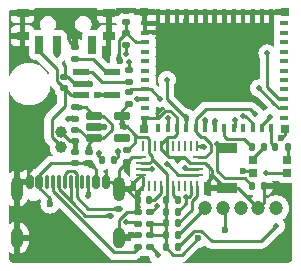
<source format=gbr>
%TF.GenerationSoftware,KiCad,Pcbnew,8.0.6-8.0.6-0~ubuntu24.04.1*%
%TF.CreationDate,2024-11-07T17:00:29-08:00*%
%TF.ProjectId,uSlime,75536c69-6d65-42e6-9b69-6361645f7063,rev?*%
%TF.SameCoordinates,Original*%
%TF.FileFunction,Copper,L1,Top*%
%TF.FilePolarity,Positive*%
%FSLAX46Y46*%
G04 Gerber Fmt 4.6, Leading zero omitted, Abs format (unit mm)*
G04 Created by KiCad (PCBNEW 8.0.6-8.0.6-0~ubuntu24.04.1) date 2024-11-07 17:00:29*
%MOMM*%
%LPD*%
G01*
G04 APERTURE LIST*
G04 Aperture macros list*
%AMRoundRect*
0 Rectangle with rounded corners*
0 $1 Rounding radius*
0 $2 $3 $4 $5 $6 $7 $8 $9 X,Y pos of 4 corners*
0 Add a 4 corners polygon primitive as box body*
4,1,4,$2,$3,$4,$5,$6,$7,$8,$9,$2,$3,0*
0 Add four circle primitives for the rounded corners*
1,1,$1+$1,$2,$3*
1,1,$1+$1,$4,$5*
1,1,$1+$1,$6,$7*
1,1,$1+$1,$8,$9*
0 Add four rect primitives between the rounded corners*
20,1,$1+$1,$2,$3,$4,$5,0*
20,1,$1+$1,$4,$5,$6,$7,0*
20,1,$1+$1,$6,$7,$8,$9,0*
20,1,$1+$1,$8,$9,$2,$3,0*%
%AMFreePoly0*
4,1,6,0.725000,-0.725000,-0.725000,-0.725000,-0.725000,0.125000,-0.125000,0.725000,0.725000,0.725000,0.725000,-0.725000,0.725000,-0.725000,$1*%
G04 Aperture macros list end*
%TA.AperFunction,SMDPad,CuDef*%
%ADD10RoundRect,0.147500X-0.172500X0.147500X-0.172500X-0.147500X0.172500X-0.147500X0.172500X0.147500X0*%
%TD*%
%TA.AperFunction,ComponentPad*%
%ADD11C,1.200000*%
%TD*%
%TA.AperFunction,SMDPad,CuDef*%
%ADD12RoundRect,0.135000X-0.135000X-0.185000X0.135000X-0.185000X0.135000X0.185000X-0.135000X0.185000X0*%
%TD*%
%TA.AperFunction,SMDPad,CuDef*%
%ADD13RoundRect,0.135000X0.135000X0.185000X-0.135000X0.185000X-0.135000X-0.185000X0.135000X-0.185000X0*%
%TD*%
%TA.AperFunction,SMDPad,CuDef*%
%ADD14R,0.800000X0.700000*%
%TD*%
%TA.AperFunction,SMDPad,CuDef*%
%ADD15RoundRect,0.135000X0.185000X-0.135000X0.185000X0.135000X-0.185000X0.135000X-0.185000X-0.135000X0*%
%TD*%
%TA.AperFunction,SMDPad,CuDef*%
%ADD16RoundRect,0.140000X0.170000X-0.140000X0.170000X0.140000X-0.170000X0.140000X-0.170000X-0.140000X0*%
%TD*%
%TA.AperFunction,SMDPad,CuDef*%
%ADD17RoundRect,0.140000X-0.170000X0.140000X-0.170000X-0.140000X0.170000X-0.140000X0.170000X0.140000X0*%
%TD*%
%TA.AperFunction,SMDPad,CuDef*%
%ADD18RoundRect,0.150000X-0.150000X-0.425000X0.150000X-0.425000X0.150000X0.425000X-0.150000X0.425000X0*%
%TD*%
%TA.AperFunction,SMDPad,CuDef*%
%ADD19RoundRect,0.075000X-0.075000X-0.500000X0.075000X-0.500000X0.075000X0.500000X-0.075000X0.500000X0*%
%TD*%
%TA.AperFunction,ComponentPad*%
%ADD20O,1.000000X2.100000*%
%TD*%
%TA.AperFunction,ComponentPad*%
%ADD21O,1.000000X1.800000*%
%TD*%
%TA.AperFunction,SMDPad,CuDef*%
%ADD22RoundRect,0.135000X-0.185000X0.135000X-0.185000X-0.135000X0.185000X-0.135000X0.185000X0.135000X0*%
%TD*%
%TA.AperFunction,SMDPad,CuDef*%
%ADD23RoundRect,0.140000X-0.140000X-0.170000X0.140000X-0.170000X0.140000X0.170000X-0.140000X0.170000X0*%
%TD*%
%TA.AperFunction,SMDPad,CuDef*%
%ADD24R,0.250000X0.914400*%
%TD*%
%TA.AperFunction,SMDPad,CuDef*%
%ADD25R,0.812800X0.250000*%
%TD*%
%TA.AperFunction,SMDPad,CuDef*%
%ADD26R,1.320800X0.508000*%
%TD*%
%TA.AperFunction,SMDPad,CuDef*%
%ADD27R,0.800000X0.400000*%
%TD*%
%TA.AperFunction,SMDPad,CuDef*%
%ADD28R,0.400000X0.800000*%
%TD*%
%TA.AperFunction,SMDPad,CuDef*%
%ADD29FreePoly0,0.000000*%
%TD*%
%TA.AperFunction,SMDPad,CuDef*%
%ADD30R,1.450000X1.450000*%
%TD*%
%TA.AperFunction,SMDPad,CuDef*%
%ADD31R,0.700000X0.700000*%
%TD*%
%TA.AperFunction,SMDPad,CuDef*%
%ADD32R,0.700000X1.500000*%
%TD*%
%TA.AperFunction,SMDPad,CuDef*%
%ADD33R,1.000000X0.800000*%
%TD*%
%TA.AperFunction,SMDPad,CuDef*%
%ADD34R,1.700000X0.900000*%
%TD*%
%TA.AperFunction,ComponentPad*%
%ADD35C,1.000000*%
%TD*%
%TA.AperFunction,SMDPad,CuDef*%
%ADD36RoundRect,0.045000X-0.630000X0.255000X-0.630000X-0.255000X0.630000X-0.255000X0.630000X0.255000X0*%
%TD*%
%TA.AperFunction,ViaPad*%
%ADD37C,0.600000*%
%TD*%
%TA.AperFunction,ViaPad*%
%ADD38C,0.500000*%
%TD*%
%TA.AperFunction,Conductor*%
%ADD39C,0.254000*%
%TD*%
G04 APERTURE END LIST*
D10*
%TO.P,D1,1,K*%
%TO.N,Net-(D1-K)*%
X7300000Y-12665000D03*
%TO.P,D1,2,A*%
%TO.N,VBUS*%
X7300000Y-13635000D03*
%TD*%
D11*
%TO.P,CN2,1,1*%
%TO.N,BNO_SDA*%
X17145000Y-17450000D03*
%TO.P,CN2,2,2*%
%TO.N,+3.3V*%
X18645000Y-17450000D03*
%TO.P,CN2,3,3*%
%TO.N,BNO_INT2*%
X20145000Y-17450000D03*
%TO.P,CN2,4,4*%
%TO.N,GND*%
X21645000Y-17450000D03*
%TO.P,CN2,5,5*%
%TO.N,BNO_SCL*%
X23145000Y-17450000D03*
%TD*%
D12*
%TO.P,R16,1*%
%TO.N,/ESP32-C6FH4/IO14*%
X21140000Y-12250000D03*
%TO.P,R16,2*%
%TO.N,Net-(LED1---Pad2)*%
X22160000Y-12250000D03*
%TD*%
D13*
%TO.P,R15,1*%
%TO.N,Net-(U5-ENV_SCL)*%
X14810000Y-18750000D03*
%TO.P,R15,2*%
%TO.N,+3.3V*%
X13790000Y-18750000D03*
%TD*%
D14*
%TO.P,LED1,1,+*%
%TO.N,+3.3V*%
X21200000Y-14450000D03*
%TO.P,LED1,2,-*%
%TO.N,Net-(LED1---Pad2)*%
X21200000Y-13350000D03*
%TO.P,LED1,3,-*%
%TO.N,Net-(LED1---Pad3)*%
X24100000Y-13350000D03*
%TO.P,LED1,4,-*%
%TO.N,Net-(LED1---Pad4)*%
X24100000Y-14450000D03*
%TD*%
D15*
%TO.P,R9,1*%
%TO.N,STAT*%
X10650000Y-6760000D03*
%TO.P,R9,2*%
%TO.N,Net-(LED1---Pad4)*%
X10650000Y-5740000D03*
%TD*%
D16*
%TO.P,C5,1*%
%TO.N,VBAT*%
X5200000Y-7280000D03*
%TO.P,C5,2*%
%TO.N,GND*%
X5200000Y-6320000D03*
%TD*%
D12*
%TO.P,R14,1*%
%TO.N,+3.3V*%
X13790000Y-17750000D03*
%TO.P,R14,2*%
%TO.N,BNO_INT*%
X14810000Y-17750000D03*
%TD*%
D16*
%TO.P,C4,1*%
%TO.N,+3.3V*%
X10450000Y-1680000D03*
%TO.P,C4,2*%
%TO.N,GND*%
X10450000Y-720000D03*
%TD*%
D17*
%TO.P,C3,1*%
%TO.N,Net-(D1-K)*%
X6150000Y-10800000D03*
%TO.P,C3,2*%
%TO.N,GND*%
X6150000Y-11760000D03*
%TD*%
D18*
%TO.P,J1,A1,GND*%
%TO.N,GND*%
X2300000Y-15220000D03*
%TO.P,J1,A4,VBUS*%
%TO.N,VBUS*%
X3100000Y-15220000D03*
D19*
%TO.P,J1,A5,CC1*%
%TO.N,Net-(J1-CC1)*%
X4250000Y-15220000D03*
%TO.P,J1,A6,D+*%
%TO.N,D+ P*%
X5250000Y-15220000D03*
%TO.P,J1,A7,D-*%
%TO.N,D- N*%
X5750000Y-15220000D03*
%TO.P,J1,A8*%
%TO.N,N/C*%
X6750000Y-15220000D03*
D18*
%TO.P,J1,A9,VBUS*%
%TO.N,VBUS*%
X7900000Y-15220000D03*
%TO.P,J1,A12,GND*%
%TO.N,GND*%
X8700000Y-15220000D03*
%TO.P,J1,B1,GND*%
X8700000Y-15220000D03*
%TO.P,J1,B4,VBUS*%
%TO.N,VBUS*%
X7900000Y-15220000D03*
D19*
%TO.P,J1,B5,CC2*%
%TO.N,Net-(J1-CC2)*%
X7250000Y-15220000D03*
%TO.P,J1,B6,D+*%
%TO.N,D+ P*%
X6250000Y-15220000D03*
%TO.P,J1,B7,D-*%
%TO.N,D- N*%
X4750000Y-15220000D03*
%TO.P,J1,B8*%
%TO.N,N/C*%
X3750000Y-15220000D03*
D18*
%TO.P,J1,B9,VBUS*%
%TO.N,VBUS*%
X3100000Y-15220000D03*
%TO.P,J1,B12,GND*%
%TO.N,GND*%
X2300000Y-15220000D03*
D20*
%TO.P,J1,S1,SHIELD*%
X1180000Y-15795000D03*
D21*
X1180000Y-19975000D03*
D20*
X9820000Y-15795000D03*
D21*
X9820000Y-19975000D03*
%TD*%
D13*
%TO.P,R13,1*%
%TO.N,Net-(U5-NRST)*%
X14810000Y-16750000D03*
%TO.P,R13,2*%
%TO.N,+3.3V*%
X13790000Y-16750000D03*
%TD*%
D15*
%TO.P,R7,1*%
%TO.N,Net-(U5-ENV_SDA)*%
X12450000Y-20760000D03*
%TO.P,R7,2*%
%TO.N,+3.3V*%
X12450000Y-19740000D03*
%TD*%
D12*
%TO.P,R12,1*%
%TO.N,/ESP32-C6FH4/IO18{slash}~{CS}*%
X23090000Y-12250000D03*
%TO.P,R12,2*%
%TO.N,Net-(LED1---Pad3)*%
X24110000Y-12250000D03*
%TD*%
D15*
%TO.P,R5,1*%
%TO.N,+3.3V*%
X12450000Y-18760000D03*
%TO.P,R5,2*%
%TO.N,Net-(U5-BOOTN)*%
X12450000Y-17740000D03*
%TD*%
D22*
%TO.P,R4,1*%
%TO.N,GND*%
X11450000Y-17740000D03*
%TO.P,R4,2*%
%TO.N,Net-(J1-CC2)*%
X11450000Y-18760000D03*
%TD*%
D10*
%TO.P,D2,1,K*%
%TO.N,Net-(D1-K)*%
X6150000Y-8915000D03*
%TO.P,D2,2,A*%
%TO.N,Net-(D2-A)*%
X6150000Y-9885000D03*
%TD*%
D17*
%TO.P,C2,1*%
%TO.N,+3.3V*%
X10550000Y-12570000D03*
%TO.P,C2,2*%
%TO.N,GND*%
X10550000Y-13530000D03*
%TD*%
D23*
%TO.P,C7,1*%
%TO.N,/ESP32-C6FH4/ESP_EN*%
X21120000Y-15550000D03*
%TO.P,C7,2*%
%TO.N,GND*%
X22080000Y-15550000D03*
%TD*%
D12*
%TO.P,R3,1*%
%TO.N,Net-(D2-A)*%
X8440000Y-13400000D03*
%TO.P,R3,2*%
%TO.N,BatSense*%
X9460000Y-13400000D03*
%TD*%
D15*
%TO.P,R2,1*%
%TO.N,Net-(U1-PROG)*%
X6100000Y-4860000D03*
%TO.P,R2,2*%
%TO.N,GND*%
X6100000Y-3840000D03*
%TD*%
D12*
%TO.P,R11,1*%
%TO.N,+3.3V*%
X13790000Y-19750000D03*
%TO.P,R11,2*%
%TO.N,BNO_SDA*%
X14810000Y-19750000D03*
%TD*%
D24*
%TO.P,U5,1,RESV_NC*%
%TO.N,unconnected-(U5-RESV_NC-Pad1)*%
X11902600Y-12222670D03*
D25*
%TO.P,U5,2,GND*%
%TO.N,GND*%
X11711600Y-13150000D03*
%TO.P,U5,3,VDD*%
%TO.N,+3.3V*%
X11711600Y-13653070D03*
%TO.P,U5,4,BOOTN*%
%TO.N,Net-(U5-BOOTN)*%
X11711600Y-14153070D03*
%TO.P,U5,5,PS1*%
%TO.N,GND*%
X11711600Y-14653060D03*
D24*
%TO.P,U5,6,PS0/WAKE*%
X11902600Y-15575470D03*
%TO.P,U5,7,RESV_NC*%
%TO.N,unconnected-(U5-RESV_NC-Pad7)*%
X12402600Y-15575470D03*
%TO.P,U5,8,RESV_NC*%
%TO.N,unconnected-(U5-RESV_NC-Pad8)*%
X12902600Y-15575470D03*
%TO.P,U5,9,CAP*%
%TO.N,Net-(U5-CAP)*%
X13402600Y-15575470D03*
%TO.P,U5,10,CLKSEL0*%
%TO.N,+3.3V*%
X13902600Y-15575470D03*
%TO.P,U5,11,NRST*%
%TO.N,Net-(U5-NRST)*%
X14402600Y-15575470D03*
%TO.P,U5,12,RESV_NC*%
%TO.N,unconnected-(U5-RESV_NC-Pad12)*%
X14902600Y-15575470D03*
%TO.P,U5,13,RESV_NC*%
%TO.N,unconnected-(U5-RESV_NC-Pad13)*%
X15402600Y-15575470D03*
%TO.P,U5,14,H_INTN*%
%TO.N,BNO_INT*%
X15902600Y-15575470D03*
%TO.P,U5,15,ENV_SCL*%
%TO.N,Net-(U5-ENV_SCL)*%
X16410600Y-15575470D03*
D25*
%TO.P,U5,16,ENV_SDA*%
%TO.N,Net-(U5-ENV_SDA)*%
X16537600Y-14653070D03*
%TO.P,U5,17,SA0/H_MOSI*%
%TO.N,Net-(JP1-C)*%
X16537600Y-14153070D03*
%TO.P,U5,18,H_CSN*%
%TO.N,GND*%
X16537600Y-13653070D03*
%TO.P,U5,19,H_SCL/SCK/RX*%
%TO.N,BNO_SCL*%
X16537600Y-13150000D03*
D24*
%TO.P,U5,20,H_SDA/H_MISO/TX*%
%TO.N,BNO_SDA*%
X16410600Y-12222670D03*
%TO.P,U5,21,RESV_NC*%
%TO.N,unconnected-(U5-RESV_NC-Pad21)*%
X15902600Y-12222670D03*
%TO.P,U5,22,RESV_NC*%
%TO.N,unconnected-(U5-RESV_NC-Pad22)*%
X15402600Y-12222670D03*
%TO.P,U5,23,RESV_NC*%
%TO.N,unconnected-(U5-RESV_NC-Pad23)*%
X14902600Y-12222670D03*
%TO.P,U5,24,RESV_NC*%
%TO.N,unconnected-(U5-RESV_NC-Pad24)*%
X14402600Y-12222670D03*
%TO.P,U5,25,GND*%
%TO.N,GND*%
X13902600Y-12222670D03*
%TO.P,U5,26,XOUT32/CLKSEL1*%
X13402600Y-12222670D03*
%TO.P,U5,27,XIN32*%
%TO.N,unconnected-(U5-XIN32-Pad27)*%
X12902600Y-12222670D03*
%TO.P,U5,28,VDDIO*%
%TO.N,+3.3V*%
X12402600Y-12222670D03*
%TD*%
D22*
%TO.P,R6,1*%
%TO.N,/ESP32-C6FH4/ESP_EN*%
X10650000Y-7640000D03*
%TO.P,R6,2*%
%TO.N,+3.3V*%
X10650000Y-8660000D03*
%TD*%
D23*
%TO.P,C1,1*%
%TO.N,GND*%
X11420000Y-16750000D03*
%TO.P,C1,2*%
%TO.N,Net-(U5-CAP)*%
X12380000Y-16750000D03*
%TD*%
D22*
%TO.P,R8,1*%
%TO.N,GND*%
X11450000Y-19740000D03*
%TO.P,R8,2*%
%TO.N,Net-(J1-CC1)*%
X11450000Y-20760000D03*
%TD*%
D26*
%TO.P,U1,1,STAT*%
%TO.N,STAT*%
X6654600Y-5949999D03*
%TO.P,U1,2,VSS*%
%TO.N,GND*%
X6654600Y-6900000D03*
%TO.P,U1,3,VBAT*%
%TO.N,VBAT*%
X6654600Y-7850001D03*
%TO.P,U1,4,VDD*%
%TO.N,VBUS*%
X9245400Y-7850001D03*
%TO.P,U1,5,PROG*%
%TO.N,Net-(U1-PROG)*%
X9245400Y-5949999D03*
%TD*%
D15*
%TO.P,R1,1*%
%TO.N,/ESP32-C6FH4/IO8*%
X10450000Y-3610000D03*
%TO.P,R1,2*%
%TO.N,+3.3V*%
X10450000Y-2590000D03*
%TD*%
D27*
%TO.P,U4,1,GND*%
%TO.N,GND*%
X12050000Y-1800000D03*
%TO.P,U4,2,GND*%
X12050000Y-2600000D03*
%TO.P,U4,3,3V3*%
%TO.N,+3.3V*%
X12050000Y-3400000D03*
%TO.P,U4,4*%
%TO.N,N/C*%
X12050000Y-4200000D03*
%TO.P,U4,5,IO2*%
%TO.N,/ESP32-C6FH4/IO2*%
X12050000Y-5000000D03*
%TO.P,U4,6,IO3*%
%TO.N,/ESP32-C6FH4/IO3*%
X12050000Y-5800000D03*
%TO.P,U4,7*%
%TO.N,N/C*%
X12050000Y-6600000D03*
%TO.P,U4,8,EN*%
%TO.N,/ESP32-C6FH4/ESP_EN*%
X12050000Y-7400000D03*
%TO.P,U4,9,MTMS/LP_RX/IO4*%
%TO.N,BatSense*%
X12050000Y-8200000D03*
%TO.P,U4,10,MTDI/LP_TX/IO5*%
%TO.N,/ESP32-C6FH4/IO5*%
X12050000Y-9000000D03*
%TO.P,U4,11,GND*%
%TO.N,GND*%
X12050000Y-9800000D03*
D28*
%TO.P,U4,12,XTAL_32K_P/IO0*%
%TO.N,/ESP32-C6FH4/IO0*%
X13150000Y-10700000D03*
%TO.P,U4,13,XTAL_32K_N/IO1*%
%TO.N,BNO_INT*%
X13950000Y-10700000D03*
%TO.P,U4,14,GND*%
%TO.N,GND*%
X14750000Y-10700000D03*
%TO.P,U4,15,MTCK/LP_SDA/IO6*%
%TO.N,BNO_SDA*%
X15550000Y-10700000D03*
%TO.P,U4,16,MTDO/LP_SCL/IO7*%
%TO.N,BNO_SCL*%
X16350000Y-10700000D03*
%TO.P,U4,17,USB_D-/IO12*%
%TO.N,D- N*%
X17150000Y-10700000D03*
%TO.P,U4,18,USB_D+/IO13*%
%TO.N,D+ P*%
X17950000Y-10700000D03*
%TO.P,U4,19,IO14*%
%TO.N,/ESP32-C6FH4/IO14*%
X18750000Y-10700000D03*
%TO.P,U4,20,IO15*%
%TO.N,BNO_INT2*%
X19550000Y-10700000D03*
%TO.P,U4,21*%
%TO.N,N/C*%
X20350000Y-10700000D03*
%TO.P,U4,22,IO8*%
%TO.N,/ESP32-C6FH4/IO8*%
X21150000Y-10700000D03*
%TO.P,U4,23,IO9*%
%TO.N,/ESP32-C6FH4/IO9{slash}BOOT*%
X21950000Y-10700000D03*
%TO.P,U4,24,SDIO_CMD/IO18*%
%TO.N,/ESP32-C6FH4/IO18{slash}~{CS}*%
X22750000Y-10700000D03*
D27*
%TO.P,U4,25,SDIO_CLK/IO19*%
%TO.N,/ESP32-C6FH4/IO19{slash}SCK*%
X23850000Y-9800000D03*
%TO.P,U4,26,SDIO_D0/IO20*%
%TO.N,/ESP32-C6FH4/IO20{slash}PICO*%
X23850000Y-9000000D03*
%TO.P,U4,27,SDIO_D1/IO21*%
%TO.N,/ESP32-C6FH4/IO21{slash}POCI*%
X23850000Y-8200000D03*
%TO.P,U4,28,SDIO_D2/IO22*%
%TO.N,/ESP32-C6FH4/IO22{slash}~{SD_DET}*%
X23850000Y-7400000D03*
%TO.P,U4,29,SDIO_D3/IO23*%
%TO.N,/ESP32-C6FH4/IO23{slash}STAT*%
X23850000Y-6600000D03*
%TO.P,U4,30,RX0/IO17*%
%TO.N,/ESP32-C6FH4/IO17{slash}RX*%
X23850000Y-5800000D03*
%TO.P,U4,31,TX0/IO16*%
%TO.N,/ESP32-C6FH4/IO16{slash}TX*%
X23850000Y-5000000D03*
%TO.P,U4,32*%
%TO.N,N/C*%
X23850000Y-4200000D03*
%TO.P,U4,33*%
X23850000Y-3400000D03*
%TO.P,U4,34*%
X23850000Y-2600000D03*
%TO.P,U4,35*%
X23850000Y-1800000D03*
D28*
%TO.P,U4,36,GND*%
%TO.N,GND*%
X22750000Y-900000D03*
%TO.P,U4,37,GND*%
X21950000Y-900000D03*
%TO.P,U4,38,GND*%
X21150000Y-900000D03*
%TO.P,U4,39,GND*%
X20350000Y-900000D03*
%TO.P,U4,40,GND*%
X19550000Y-900000D03*
%TO.P,U4,41,GND*%
X18750000Y-900000D03*
%TO.P,U4,42,GND*%
X17950000Y-900000D03*
%TO.P,U4,43,GND*%
X17150000Y-900000D03*
%TO.P,U4,44,GND*%
X16350000Y-900000D03*
%TO.P,U4,45,GND*%
X15550000Y-900000D03*
%TO.P,U4,46,GND*%
X14750000Y-900000D03*
%TO.P,U4,47,GND*%
X13950000Y-900000D03*
%TO.P,U4,48,GND*%
X13150000Y-900000D03*
D29*
%TO.P,U4,49,GND*%
X15975000Y-3825000D03*
D30*
X15975000Y-5800000D03*
X15975000Y-7775000D03*
X17950000Y-3825000D03*
X17950000Y-5800000D03*
X17950000Y-7775000D03*
X19925000Y-3825000D03*
X19925000Y-5800000D03*
X19925000Y-7775000D03*
D31*
%TO.P,U4,50,GND*%
X23900000Y-850000D03*
%TO.P,U4,51,GND*%
X23900000Y-10750000D03*
%TO.P,U4,52,GND*%
X12000000Y-10750000D03*
%TO.P,U4,53,GND*%
X12000000Y-850000D03*
%TD*%
D12*
%TO.P,R10,1*%
%TO.N,+3.3V*%
X13790000Y-20750000D03*
%TO.P,R10,2*%
%TO.N,BNO_SCL*%
X14810000Y-20750000D03*
%TD*%
D32*
%TO.P,U2,COM,COM*%
%TO.N,Net-(D2-A)*%
X4575000Y-3625000D03*
D33*
%TO.P,U2,GND,GND*%
%TO.N,GND*%
X8975000Y-2840000D03*
X8975000Y-910000D03*
X1675000Y-2840000D03*
X1675000Y-910000D03*
D32*
%TO.P,U2,L1,L1*%
%TO.N,VBAT*%
X3075000Y-3625000D03*
%TO.P,U2,L2,L2*%
%TO.N,unconnected-(U2-PadL2)*%
X7575000Y-3625000D03*
%TD*%
D34*
%TO.P,RESET1,1,1*%
%TO.N,GND*%
X19000000Y-15750000D03*
%TO.P,RESET1,2,2*%
%TO.N,/ESP32-C6FH4/ESP_EN*%
X19000000Y-12350000D03*
%TD*%
D35*
%TO.P,CN1,1,1*%
%TO.N,GND*%
X4969000Y-11025000D03*
%TO.P,CN1,2,2*%
%TO.N,VBAT*%
X4969000Y-12275000D03*
%TD*%
D36*
%TO.P,U3,1,VIN*%
%TO.N,Net-(D1-K)*%
X7765000Y-9650000D03*
%TO.P,U3,2,GND*%
%TO.N,GND*%
X7765000Y-10600000D03*
%TO.P,U3,3,EN*%
%TO.N,Net-(D1-K)*%
X7765000Y-11550000D03*
%TO.P,U3,4*%
%TO.N,N/C*%
X10135000Y-11550000D03*
%TO.P,U3,5,VOUT*%
%TO.N,+3.3V*%
X10135000Y-9650000D03*
%TD*%
D16*
%TO.P,C6,1*%
%TO.N,VBUS*%
X6150000Y-13630000D03*
%TO.P,C6,2*%
%TO.N,GND*%
X6150000Y-12670000D03*
%TD*%
D37*
%TO.N,GND*%
X19000000Y-15650000D03*
X8573000Y-10600000D03*
X20304643Y-7795357D03*
X7400000Y-6900000D03*
X23600000Y-11550000D03*
X15550000Y-1650000D03*
D38*
%TO.N,/ESP32-C6FH4/ESP_EN*%
X18176861Y-11998309D03*
X13316601Y-8176104D03*
%TO.N,/ESP32-C6FH4/IO9{slash}BOOT*%
X22650000Y-9700000D03*
D37*
%TO.N,VBUS*%
X8000000Y-7850000D03*
X4000000Y-17100000D03*
D38*
%TO.N,/ESP32-C6FH4/IO8*%
X10450000Y-4400000D03*
X20350000Y-9631002D03*
%TO.N,/ESP32-C6FH4/IO20{slash}PICO*%
X21700000Y-7300000D03*
%TO.N,/ESP32-C6FH4/IO21{slash}POCI*%
X22400000Y-4350000D03*
%TO.N,D+ P*%
X9900000Y-17523003D03*
X17950000Y-10050000D03*
%TO.N,D- N*%
X9200000Y-18100003D03*
X17150000Y-10000000D03*
%TO.N,BNO_INT*%
X13950000Y-9800000D03*
X15524672Y-16482672D03*
%TO.N,Net-(U5-BOOTN)*%
X12659792Y-14165170D03*
X13080216Y-17254389D03*
%TO.N,BNO_SCL*%
X23150000Y-18954000D03*
X21350000Y-9500000D03*
%TO.N,BNO_SDA*%
X15550000Y-9764218D03*
X17023000Y-12250000D03*
X13893601Y-6568104D03*
%TO.N,Net-(JP1-C)*%
X15462843Y-14076070D03*
%TO.N,Net-(U5-ENV_SDA)*%
X13923000Y-13750000D03*
X13154460Y-21450002D03*
D37*
%TO.N,+3.3V*%
X16550000Y-20000000D03*
X20350000Y-14300000D03*
X10150000Y-10500000D03*
X18800000Y-19300000D03*
X9903257Y-5014182D03*
D38*
%TO.N,BatSense*%
X11352002Y-8247538D03*
X9771908Y-12602492D03*
%TO.N,Net-(J1-CC2)*%
X10463626Y-18632763D03*
X7250000Y-16400000D03*
%TO.N,BNO_INT2*%
X19627000Y-9993000D03*
%TO.N,Net-(D2-A)*%
X4575000Y-4525000D03*
X8110000Y-12773000D03*
X5525000Y-9875000D03*
%TO.N,Net-(LED1---Pad4)*%
X22245974Y-14495972D03*
X10651144Y-5070481D03*
%TD*%
D39*
%TO.N,GND*%
X11902600Y-15575470D02*
X11902600Y-14844060D01*
X13902600Y-12222670D02*
X13902600Y-11486470D01*
X10476998Y-13530000D02*
X9820000Y-14186998D01*
X13402600Y-11986470D02*
X13902600Y-11486470D01*
X14093730Y-13150000D02*
X13902600Y-12958870D01*
X17722861Y-14622861D02*
X18750000Y-15650000D01*
X11650000Y-19710000D02*
X10085000Y-19710000D01*
X11420000Y-17710000D02*
X11450000Y-17740000D01*
X13402600Y-12222670D02*
X13402600Y-12458870D01*
X10550000Y-13530000D02*
X10476998Y-13530000D01*
X23900000Y-11250000D02*
X23900000Y-10750000D01*
X18750000Y-15650000D02*
X19000000Y-15650000D01*
X2300000Y-15220000D02*
X1755000Y-15220000D01*
X12050000Y-2600000D02*
X12050000Y-900000D01*
X5600000Y-3340000D02*
X5600000Y-1450000D01*
X12000000Y-10750000D02*
X12000000Y-9850000D01*
X6089999Y-6900000D02*
X6654600Y-6900000D01*
X10569660Y-15795000D02*
X9820000Y-15795000D01*
X14750000Y-11154000D02*
X14750000Y-10700000D01*
X23600000Y-11550000D02*
X23900000Y-11250000D01*
X1755000Y-15220000D02*
X1180000Y-15795000D01*
X10933250Y-13146750D02*
X10550000Y-13530000D01*
X6150000Y-12665000D02*
X6219318Y-12665000D01*
X10540387Y-17740000D02*
X9820000Y-18460387D01*
X7765000Y-10600000D02*
X8573000Y-10600000D01*
X14750000Y-9750000D02*
X14750000Y-10700000D01*
X8700000Y-15220000D02*
X9245000Y-15220000D01*
X16537600Y-13653070D02*
X15855270Y-13653070D01*
X6100000Y-3840000D02*
X5600000Y-3340000D01*
X1180000Y-19975000D02*
X1180000Y-15795000D01*
X4969000Y-11025000D02*
X5704000Y-11760000D01*
X10465000Y-15795000D02*
X11420000Y-16750000D01*
X11870000Y-720000D02*
X12000000Y-850000D01*
X12050000Y-900000D02*
X12000000Y-850000D01*
X9245000Y-15220000D02*
X9820000Y-15795000D01*
X9820000Y-18460387D02*
X9820000Y-19975000D01*
X14200000Y-9200000D02*
X14750000Y-9750000D01*
X13962070Y-11427000D02*
X14477000Y-11427000D01*
X10450000Y-720000D02*
X11870000Y-720000D01*
X15352200Y-13150000D02*
X14093730Y-13150000D01*
X9820000Y-15795000D02*
X10465000Y-15795000D01*
X22080000Y-15550000D02*
X22080000Y-17015000D01*
X11420000Y-16750000D02*
X11420000Y-17710000D01*
X13902600Y-11486470D02*
X13962070Y-11427000D01*
X8975000Y-910000D02*
X8975000Y-2840000D01*
X6150000Y-12670000D02*
X6150000Y-11760000D01*
X5600000Y-1450000D02*
X6140000Y-910000D01*
X5704000Y-11760000D02*
X6150000Y-11760000D01*
X19945000Y-15750000D02*
X21645000Y-17450000D01*
X19000000Y-15750000D02*
X19000000Y-15650000D01*
X1675000Y-910000D02*
X1675000Y-2840000D01*
X11681249Y-13146750D02*
X10933250Y-13146750D01*
X12050000Y-9800000D02*
X13133998Y-9800000D01*
X6600000Y-910000D02*
X8975000Y-910000D01*
X10085000Y-19710000D02*
X9820000Y-19975000D01*
X15855270Y-13653070D02*
X15352200Y-13150000D01*
X1675000Y-910000D02*
X6600000Y-910000D01*
X17125931Y-13653070D02*
X17722861Y-14250000D01*
X14477000Y-11427000D02*
X14750000Y-11154000D01*
X16537600Y-13653070D02*
X17125931Y-13653070D01*
X11902600Y-14844060D02*
X11711600Y-14653060D01*
X11711600Y-14653060D02*
X10569660Y-15795000D01*
X7400000Y-6900000D02*
X6654600Y-6900000D01*
X22080000Y-17015000D02*
X21645000Y-17450000D01*
X13402600Y-12222670D02*
X13402600Y-11986470D01*
X13133998Y-9800000D02*
X13733998Y-9200000D01*
X5509999Y-6320000D02*
X6089999Y-6900000D01*
X9165000Y-720000D02*
X8975000Y-910000D01*
X13733998Y-9200000D02*
X14200000Y-9200000D01*
X13402600Y-12458870D02*
X13902600Y-12958870D01*
X13902600Y-12958870D02*
X13902600Y-12222670D01*
X17722861Y-14250000D02*
X17722861Y-14622861D01*
X19000000Y-15750000D02*
X19945000Y-15750000D01*
X12000000Y-9850000D02*
X12050000Y-9800000D01*
X6140000Y-910000D02*
X6600000Y-910000D01*
X5200000Y-6320000D02*
X5509999Y-6320000D01*
X12000000Y-850000D02*
X23900000Y-850000D01*
X10450000Y-720000D02*
X9165000Y-720000D01*
X11450000Y-17740000D02*
X10540387Y-17740000D01*
X9820000Y-14186998D02*
X9820000Y-15795000D01*
%TO.N,VBAT*%
X3075000Y-3625000D02*
X3075000Y-4175000D01*
X4563000Y-6672801D02*
X5740200Y-7850001D01*
X4142000Y-11448000D02*
X4647974Y-11953974D01*
X5250000Y-7330000D02*
X5250000Y-8833998D01*
X5740200Y-7850001D02*
X6654600Y-7850001D01*
X4563000Y-5663000D02*
X4563000Y-6672801D01*
X3075000Y-4175000D02*
X4563000Y-5663000D01*
X5200000Y-7280000D02*
X5250000Y-7330000D01*
X4142000Y-9941998D02*
X4142000Y-11448000D01*
X5250000Y-8833998D02*
X4142000Y-9941998D01*
%TO.N,/ESP32-C6FH4/ESP_EN*%
X20497000Y-14927000D02*
X18778156Y-14927000D01*
X10890000Y-7400000D02*
X10650000Y-7640000D01*
X18176861Y-14325705D02*
X18176861Y-11998309D01*
X12540497Y-7400000D02*
X12050000Y-7400000D01*
X12050000Y-7400000D02*
X10890000Y-7400000D01*
X19000000Y-12350000D02*
X18528552Y-12350000D01*
X18528552Y-12350000D02*
X18176861Y-11998309D01*
X13316601Y-8176104D02*
X12540497Y-7400000D01*
X19407500Y-12070000D02*
X19487500Y-12150000D01*
X18778156Y-14927000D02*
X18176861Y-14325705D01*
X21120000Y-15550000D02*
X20497000Y-14927000D01*
%TO.N,/ESP32-C6FH4/IO9{slash}BOOT*%
X22650000Y-9700000D02*
X21950000Y-10400000D01*
X21950000Y-10400000D02*
X21950000Y-10700000D01*
%TO.N,VBUS*%
X6150000Y-13635000D02*
X4110001Y-13635000D01*
X7900000Y-14180000D02*
X7900000Y-15220000D01*
X4000000Y-17100000D02*
X4000000Y-16615592D01*
X3100000Y-14645001D02*
X3100000Y-15220000D01*
X9245400Y-7850001D02*
X8000001Y-7850001D01*
X7055000Y-13635000D02*
X7070000Y-13650000D01*
X3100000Y-15715592D02*
X3100000Y-15220000D01*
X8000001Y-7850001D02*
X8000000Y-7850000D01*
X7370000Y-13650000D02*
X7900000Y-14180000D01*
X4110001Y-13635000D02*
X3100000Y-14645001D01*
X4000000Y-16615592D02*
X3100000Y-15715592D01*
X7070000Y-13650000D02*
X7370000Y-13650000D01*
X6150000Y-13635000D02*
X7055000Y-13635000D01*
%TO.N,/ESP32-C6FH4/IO8*%
X20535002Y-9631002D02*
X21150000Y-10246000D01*
X20350000Y-9631002D02*
X20535002Y-9631002D01*
X10450000Y-4400000D02*
X10450000Y-3610000D01*
X21150000Y-10246000D02*
X21150000Y-10700000D01*
%TO.N,Net-(D1-K)*%
X8509712Y-9650000D02*
X9211333Y-10351621D01*
X7209999Y-11550000D02*
X7765000Y-11550000D01*
X7765000Y-9650000D02*
X8509712Y-9650000D01*
X7300000Y-12665000D02*
X7300000Y-12015000D01*
X7030000Y-8915000D02*
X7765000Y-9650000D01*
X9211333Y-10848379D02*
X8509712Y-11550000D01*
X9211333Y-10351621D02*
X9211333Y-10848379D01*
X6459999Y-10800000D02*
X7209999Y-11550000D01*
X8509712Y-11550000D02*
X7765000Y-11550000D01*
X7334318Y-11550000D02*
X7765000Y-11550000D01*
X6150000Y-10800000D02*
X6459999Y-10800000D01*
X7300000Y-12015000D02*
X7765000Y-11550000D01*
X6150000Y-8915000D02*
X7030000Y-8915000D01*
%TO.N,/ESP32-C6FH4/IO20{slash}PICO*%
X23000000Y-8600000D02*
X23000000Y-8604000D01*
X21700000Y-7300000D02*
X23000000Y-8600000D01*
X23000000Y-8604000D02*
X23396000Y-9000000D01*
X23396000Y-9000000D02*
X23850000Y-9000000D01*
%TO.N,/ESP32-C6FH4/IO21{slash}POCI*%
X22400000Y-4350000D02*
X22400000Y-7204000D01*
X22400000Y-7204000D02*
X23396000Y-8200000D01*
X23396000Y-8200000D02*
X23850000Y-8200000D01*
%TO.N,D+ P*%
X5250000Y-15220000D02*
X5250000Y-14574408D01*
X6250000Y-16550000D02*
X6250000Y-15220000D01*
X17950000Y-10700000D02*
X17950000Y-10050000D01*
X5506408Y-14318000D02*
X5993592Y-14318000D01*
X5993592Y-14318000D02*
X6250000Y-14574408D01*
X9900000Y-17523003D02*
X7223003Y-17523003D01*
X7223003Y-17523003D02*
X6250000Y-16550000D01*
X6250000Y-14574408D02*
X6250000Y-15220000D01*
X5250000Y-14574408D02*
X5506408Y-14318000D01*
%TO.N,Net-(U5-ENV_SCL)*%
X15983031Y-16884201D02*
X16410600Y-16456632D01*
X15983031Y-17576969D02*
X15983031Y-16884201D01*
X14810000Y-18750000D02*
X15983031Y-17576969D01*
X16410600Y-16456632D02*
X16410600Y-15575470D01*
%TO.N,Net-(U5-CAP)*%
X12800000Y-16750000D02*
X12480000Y-16750000D01*
X13402600Y-16147400D02*
X12800000Y-16750000D01*
X13402600Y-15575470D02*
X13402600Y-16147400D01*
%TO.N,D- N*%
X17150000Y-10000000D02*
X17150000Y-10700000D01*
X5942204Y-17057796D02*
X4750000Y-15865592D01*
X4750000Y-15865592D02*
X4750000Y-15220000D01*
X9200000Y-18100003D02*
X9199997Y-18100000D01*
X5750000Y-15220000D02*
X5750000Y-16865592D01*
X9199997Y-18100000D02*
X6984408Y-18100000D01*
X6984408Y-18100000D02*
X5942204Y-17057796D01*
X5750000Y-16865592D02*
X5942204Y-17057796D01*
%TO.N,BNO_INT*%
X15524672Y-16482672D02*
X15731598Y-16482672D01*
X15731598Y-16482672D02*
X15902600Y-16311670D01*
X15524672Y-17035328D02*
X14810000Y-17750000D01*
X15902600Y-16311670D02*
X15902600Y-15575470D01*
X15524672Y-16482672D02*
X15524672Y-17035328D01*
X13950000Y-9800000D02*
X13950000Y-10700000D01*
%TO.N,Net-(U5-BOOTN)*%
X12594605Y-17740000D02*
X13080216Y-17254389D01*
X12550000Y-17740000D02*
X12594605Y-17740000D01*
X11723700Y-14165170D02*
X11711600Y-14153070D01*
X12659792Y-14165170D02*
X11723700Y-14165170D01*
%TO.N,BNO_SCL*%
X21350000Y-9500000D02*
X20904002Y-9054002D01*
X20904002Y-9054002D02*
X17195998Y-9054002D01*
X17016002Y-11427000D02*
X17600000Y-12010998D01*
X17600000Y-12010998D02*
X17600000Y-12700000D01*
X16350000Y-10700000D02*
X16350000Y-11000000D01*
X16350000Y-11000000D02*
X16777000Y-11427000D01*
X16809712Y-19373000D02*
X16187000Y-19373000D01*
X16187000Y-19373000D02*
X14810000Y-20750000D01*
X17600000Y-12700000D02*
X17150000Y-13150000D01*
X16350000Y-9900000D02*
X16350000Y-10700000D01*
X21854000Y-20250000D02*
X17686712Y-20250000D01*
X17686712Y-20250000D02*
X16809712Y-19373000D01*
X23150000Y-18954000D02*
X21854000Y-20250000D01*
X16777000Y-11427000D02*
X17016002Y-11427000D01*
X17195998Y-9054002D02*
X16350000Y-9900000D01*
X16537600Y-13150000D02*
X17150000Y-13150000D01*
%TO.N,BNO_SDA*%
X16410600Y-12222670D02*
X16995670Y-12222670D01*
X15550000Y-9764218D02*
X15550000Y-10700000D01*
X13893601Y-8243601D02*
X15414218Y-9764218D01*
X16995670Y-12222670D02*
X17023000Y-12250000D01*
X13893601Y-6568104D02*
X13893601Y-8243601D01*
X15414218Y-9764218D02*
X15550000Y-9764218D01*
X14810000Y-19750000D02*
X14845000Y-19750000D01*
X14845000Y-19750000D02*
X17145000Y-17450000D01*
%TO.N,Net-(JP1-C)*%
X15539843Y-14153070D02*
X15462843Y-14076070D01*
X16537600Y-14153070D02*
X15539843Y-14153070D01*
%TO.N,Net-(U5-ENV_SDA)*%
X14853070Y-14653070D02*
X16537600Y-14653070D01*
X13154460Y-21364460D02*
X12550000Y-20760000D01*
X13923000Y-13750000D02*
X13950000Y-13750000D01*
X13950000Y-13750000D02*
X14853070Y-14653070D01*
X13154460Y-21450002D02*
X13154460Y-21364460D01*
%TO.N,+3.3V*%
X14437000Y-21397000D02*
X13790000Y-20750000D01*
X12600000Y-13250000D02*
X12600000Y-13006870D01*
X9803000Y-3237000D02*
X10450000Y-2590000D01*
X10450000Y-1680000D02*
X10450000Y-2590000D01*
X12550000Y-18760000D02*
X13780000Y-18760000D01*
X20950000Y-14300000D02*
X21200000Y-14550000D01*
X12550000Y-18760000D02*
X12550000Y-19740000D01*
X13902600Y-14552600D02*
X13902600Y-15575470D01*
X11711600Y-13653070D02*
X12393930Y-13653070D01*
X13790000Y-16750000D02*
X13790000Y-18750000D01*
X20350000Y-14300000D02*
X20950000Y-14300000D01*
X10497334Y-10500000D02*
X11137000Y-11139666D01*
X11424334Y-11427000D02*
X11137000Y-11139666D01*
X13902600Y-16637400D02*
X13790000Y-16750000D01*
X9803000Y-4913925D02*
X9803000Y-3237000D01*
X13902600Y-15575470D02*
X13902600Y-16637400D01*
X12402600Y-12222670D02*
X12402600Y-11629600D01*
X18800000Y-17605000D02*
X18645000Y-17450000D01*
X12600000Y-13447000D02*
X12600000Y-13250000D01*
X10450000Y-2590000D02*
X11260000Y-3400000D01*
X12600000Y-13250000D02*
X13902600Y-14552600D01*
X11200000Y-11202666D02*
X11200000Y-11920000D01*
X18800000Y-19300000D02*
X18800000Y-17605000D01*
X13780000Y-18760000D02*
X13790000Y-18750000D01*
X10135000Y-9175000D02*
X10650000Y-8660000D01*
X12200000Y-11427000D02*
X11424334Y-11427000D01*
X10150000Y-10500000D02*
X10497334Y-10500000D01*
X12550000Y-19740000D02*
X13780000Y-19740000D01*
X11200000Y-11920000D02*
X10550000Y-12570000D01*
X13780000Y-19740000D02*
X13790000Y-19750000D01*
X15153000Y-21397000D02*
X14437000Y-21397000D01*
X10135000Y-10485000D02*
X10135000Y-9650000D01*
X12393930Y-13653070D02*
X12600000Y-13447000D01*
X12402600Y-12809470D02*
X12402600Y-12222670D01*
X9903257Y-5014182D02*
X9803000Y-4913925D01*
X10135000Y-9650000D02*
X10135000Y-9175000D01*
X13790000Y-18750000D02*
X13790000Y-20750000D01*
X11260000Y-3400000D02*
X12050000Y-3400000D01*
X16550000Y-20000000D02*
X15153000Y-21397000D01*
X11137000Y-11139666D02*
X11200000Y-11202666D01*
X10150000Y-10500000D02*
X10135000Y-10485000D01*
X12402600Y-11629600D02*
X12200000Y-11427000D01*
X12600000Y-13006870D02*
X12402600Y-12809470D01*
%TO.N,/ESP32-C6FH4/IO14*%
X20463000Y-11573000D02*
X21140000Y-12250000D01*
X18750000Y-11354000D02*
X18969000Y-11573000D01*
X21140000Y-12250000D02*
X21140000Y-12350000D01*
X18750000Y-10700000D02*
X18750000Y-11354000D01*
X18969000Y-11573000D02*
X20463000Y-11573000D01*
%TO.N,BatSense*%
X9771908Y-13088092D02*
X9460000Y-13400000D01*
X9771908Y-12602492D02*
X9771908Y-13088092D01*
X12050000Y-8200000D02*
X11399540Y-8200000D01*
X11399540Y-8200000D02*
X11352002Y-8247538D01*
%TO.N,Net-(J1-CC2)*%
X7250000Y-15220000D02*
X7250000Y-16400000D01*
X11422763Y-18632763D02*
X11550000Y-18760000D01*
X10463626Y-18632763D02*
X11422763Y-18632763D01*
%TO.N,Net-(J1-CC1)*%
X4250000Y-15220000D02*
X4250000Y-16007644D01*
X11108000Y-21202000D02*
X11550000Y-20760000D01*
X9444356Y-21202000D02*
X11108000Y-21202000D01*
X4250000Y-16007644D02*
X9444356Y-21202000D01*
%TO.N,/ESP32-C6FH4/IO18{slash}~{CS}*%
X22750000Y-11910000D02*
X23090000Y-12250000D01*
X22750000Y-10700000D02*
X22750000Y-11910000D01*
%TO.N,BNO_INT2*%
X19627000Y-10623000D02*
X19550000Y-10700000D01*
X19627000Y-9993000D02*
X19627000Y-10623000D01*
%TO.N,Net-(D2-A)*%
X5525000Y-9875000D02*
X6140000Y-9875000D01*
X8110000Y-13070000D02*
X8110000Y-12773000D01*
X8440000Y-13400000D02*
X8110000Y-13070000D01*
X6140000Y-9875000D02*
X6150000Y-9885000D01*
X4575000Y-4525000D02*
X4575000Y-3625000D01*
%TO.N,Net-(U5-NRST)*%
X14810000Y-16750000D02*
X14402600Y-16342600D01*
X14402600Y-16342600D02*
X14402600Y-15575470D01*
%TO.N,Net-(LED1---Pad2)*%
X21210000Y-13200000D02*
X22160000Y-12250000D01*
X21200000Y-13200000D02*
X21210000Y-13200000D01*
%TO.N,Net-(LED1---Pad3)*%
X24110000Y-13340000D02*
X24100000Y-13350000D01*
X24110000Y-12250000D02*
X24110000Y-13340000D01*
X24100000Y-13350000D02*
X24100000Y-13200000D01*
%TO.N,Net-(LED1---Pad4)*%
X10650000Y-5071625D02*
X10650000Y-5740000D01*
X22245974Y-14495972D02*
X24054028Y-14495972D01*
X24054028Y-14495972D02*
X24100000Y-14450000D01*
X10651144Y-5070481D02*
X10650000Y-5071625D01*
%TO.N,STAT*%
X8379001Y-6760000D02*
X10650000Y-6760000D01*
X7569000Y-5949999D02*
X8379001Y-6760000D01*
X6654600Y-5949999D02*
X7569000Y-5949999D01*
%TO.N,Net-(U1-PROG)*%
X7660000Y-4860000D02*
X6100000Y-4860000D01*
X9245400Y-5949999D02*
X8749999Y-5949999D01*
X8749999Y-5949999D02*
X7660000Y-4860000D01*
%TD*%
%TA.AperFunction,Conductor*%
%TO.N,Net-(D2-A)*%
G36*
X8347766Y-12772965D02*
G01*
X8356028Y-12776415D01*
X8359432Y-12784698D01*
X8359419Y-12785220D01*
X8343559Y-13119221D01*
X8340145Y-13126939D01*
X8173915Y-13293169D01*
X8165642Y-13296596D01*
X8157369Y-13293169D01*
X8155855Y-13291307D01*
X7886740Y-12880442D01*
X7885073Y-12871643D01*
X7890116Y-12864244D01*
X7892010Y-12863238D01*
X8107113Y-12773205D01*
X8111656Y-12772299D01*
X8347766Y-12772965D01*
G37*
%TD.AperFunction*%
%TD*%
%TA.AperFunction,Conductor*%
%TO.N,+3.3V*%
G36*
X10261913Y-9906411D02*
G01*
X10264709Y-9910893D01*
X10423614Y-10374831D01*
X10423053Y-10383768D01*
X10417056Y-10389418D01*
X10154511Y-10499115D01*
X10145556Y-10499142D01*
X10145489Y-10499115D01*
X9882384Y-10389184D01*
X9876072Y-10382832D01*
X9875629Y-10375230D01*
X10005606Y-9911526D01*
X10011139Y-9904485D01*
X10016872Y-9902984D01*
X10253640Y-9902984D01*
X10261913Y-9906411D01*
G37*
%TD.AperFunction*%
%TD*%
%TA.AperFunction,Conductor*%
%TO.N,D+ P*%
G36*
X18137717Y-10127568D02*
G01*
X18171635Y-10141764D01*
X18177944Y-10148120D01*
X18178449Y-10155471D01*
X18079259Y-10541214D01*
X18073880Y-10548373D01*
X18067928Y-10550000D01*
X17832072Y-10550000D01*
X17823799Y-10546573D01*
X17820741Y-10541214D01*
X17721550Y-10155471D01*
X17722808Y-10146605D01*
X17728363Y-10141764D01*
X17945484Y-10050889D01*
X17954437Y-10050857D01*
X18137717Y-10127568D01*
G37*
%TD.AperFunction*%
%TD*%
%TA.AperFunction,Conductor*%
%TO.N,Net-(D2-A)*%
G36*
X4701201Y-4028427D02*
G01*
X4704259Y-4033786D01*
X4803449Y-4419528D01*
X4802191Y-4428394D01*
X4796635Y-4433235D01*
X4579517Y-4524109D01*
X4570563Y-4524142D01*
X4570483Y-4524109D01*
X4353364Y-4433235D01*
X4347055Y-4426879D01*
X4346550Y-4419528D01*
X4445741Y-4033786D01*
X4451120Y-4026627D01*
X4457072Y-4025000D01*
X4692928Y-4025000D01*
X4701201Y-4028427D01*
G37*
%TD.AperFunction*%
%TD*%
%TA.AperFunction,Conductor*%
%TO.N,+3.3V*%
G36*
X9931284Y-4437551D02*
G01*
X9933313Y-4440279D01*
X10174303Y-4888011D01*
X10175207Y-4896920D01*
X10169546Y-4903858D01*
X10168512Y-4904352D01*
X9905439Y-5014270D01*
X9900889Y-5015174D01*
X9616471Y-5014226D01*
X9608209Y-5010772D01*
X9604810Y-5002487D01*
X9604901Y-5001070D01*
X9617962Y-4896920D01*
X9674715Y-4444367D01*
X9679145Y-4436586D01*
X9686324Y-4434124D01*
X9923011Y-4434124D01*
X9931284Y-4437551D01*
G37*
%TD.AperFunction*%
%TD*%
%TA.AperFunction,Conductor*%
%TO.N,BNO_SDA*%
G36*
X17017907Y-12004475D02*
G01*
X17022843Y-12011947D01*
X17023056Y-12014122D01*
X17023990Y-12247625D01*
X17023083Y-12252189D01*
X16931505Y-12470991D01*
X16925149Y-12477300D01*
X16917054Y-12477587D01*
X16536478Y-12352317D01*
X16529691Y-12346476D01*
X16528436Y-12341204D01*
X16528436Y-12105323D01*
X16531863Y-12097050D01*
X16537912Y-12093836D01*
X17009134Y-12002682D01*
X17017907Y-12004475D01*
G37*
%TD.AperFunction*%
%TD*%
%TA.AperFunction,Conductor*%
%TO.N,Net-(D2-A)*%
G36*
X5922088Y-9604500D02*
G01*
X5926385Y-9607807D01*
X6145031Y-9877634D01*
X6147577Y-9886219D01*
X6145031Y-9892366D01*
X5926639Y-10161878D01*
X5918768Y-10166148D01*
X5912909Y-10165253D01*
X5542060Y-10005049D01*
X5535824Y-9998622D01*
X5535000Y-9994308D01*
X5535000Y-9756068D01*
X5538427Y-9747795D01*
X5542539Y-9745133D01*
X5913139Y-9604237D01*
X5922088Y-9604500D01*
G37*
%TD.AperFunction*%
%TD*%
%TA.AperFunction,Conductor*%
%TO.N,Net-(J1-CC2)*%
G36*
X7376201Y-15903427D02*
G01*
X7379259Y-15908786D01*
X7478449Y-16294528D01*
X7477191Y-16303394D01*
X7471635Y-16308235D01*
X7254517Y-16399109D01*
X7245563Y-16399142D01*
X7245483Y-16399109D01*
X7028364Y-16308235D01*
X7022055Y-16301879D01*
X7021550Y-16294528D01*
X7120741Y-15908786D01*
X7126120Y-15901627D01*
X7132072Y-15900000D01*
X7367928Y-15900000D01*
X7376201Y-15903427D01*
G37*
%TD.AperFunction*%
%TD*%
%TA.AperFunction,Conductor*%
%TO.N,Net-(D1-K)*%
G36*
X6386978Y-8634489D02*
G01*
X6757702Y-8785036D01*
X6764078Y-8791324D01*
X6765000Y-8795876D01*
X6765000Y-9034123D01*
X6761573Y-9042396D01*
X6757702Y-9044963D01*
X6386979Y-9195509D01*
X6378025Y-9195447D01*
X6373487Y-9192035D01*
X6344832Y-9156672D01*
X6154967Y-8922364D01*
X6152422Y-8913781D01*
X6154967Y-8907636D01*
X6373488Y-8637963D01*
X6381358Y-8633694D01*
X6386978Y-8634489D01*
G37*
%TD.AperFunction*%
%TD*%
%TA.AperFunction,Conductor*%
%TO.N,GND*%
G36*
X8574000Y-10600000D02*
G01*
X8458195Y-10877164D01*
X7973000Y-10727000D01*
X7973000Y-10473000D01*
X8458195Y-10322836D01*
X8574000Y-10600000D01*
G37*
%TD.AperFunction*%
%TD*%
%TA.AperFunction,Conductor*%
%TO.N,GND*%
G36*
X7401000Y-6900000D02*
G01*
X7285195Y-7177164D01*
X6800000Y-7027000D01*
X6800000Y-6773000D01*
X7285195Y-6622836D01*
X7401000Y-6900000D01*
G37*
%TD.AperFunction*%
%TD*%
%TA.AperFunction,Conductor*%
%TO.N,VBUS*%
G36*
X7071974Y-13354552D02*
G01*
X7076512Y-13357964D01*
X7295031Y-13627634D01*
X7297577Y-13636219D01*
X7295031Y-13642366D01*
X7076512Y-13912035D01*
X7068641Y-13916305D01*
X7063020Y-13915509D01*
X6692298Y-13764963D01*
X6685922Y-13758675D01*
X6685000Y-13754123D01*
X6685000Y-13515876D01*
X6688427Y-13507603D01*
X6692296Y-13505036D01*
X7063021Y-13354490D01*
X7071974Y-13354552D01*
G37*
%TD.AperFunction*%
%TD*%
%TA.AperFunction,Conductor*%
%TO.N,D+ P*%
G36*
X9803394Y-17295811D02*
G01*
X9808235Y-17301367D01*
X9899109Y-17518486D01*
X9899142Y-17527440D01*
X9899109Y-17527520D01*
X9808235Y-17744638D01*
X9801879Y-17750947D01*
X9794528Y-17751452D01*
X9408786Y-17652262D01*
X9401627Y-17646883D01*
X9400000Y-17640931D01*
X9400000Y-17405074D01*
X9403427Y-17396801D01*
X9408783Y-17393744D01*
X9794528Y-17294553D01*
X9803394Y-17295811D01*
G37*
%TD.AperFunction*%
%TD*%
%TA.AperFunction,Conductor*%
%TO.N,+3.3V*%
G36*
X10370216Y-10293896D02*
G01*
X10754952Y-10580772D01*
X10759536Y-10588465D01*
X10757338Y-10597146D01*
X10756231Y-10598425D01*
X10589275Y-10765381D01*
X10581846Y-10768778D01*
X10162514Y-10799095D01*
X10154015Y-10796273D01*
X10150000Y-10788269D01*
X10149970Y-10787467D01*
X10149304Y-10504177D01*
X10152710Y-10495898D01*
X10354978Y-10294973D01*
X10363261Y-10291576D01*
X10370216Y-10293896D01*
G37*
%TD.AperFunction*%
%TD*%
%TA.AperFunction,Conductor*%
%TO.N,BNO_SDA*%
G36*
X15238747Y-9404513D02*
G01*
X15633555Y-9529415D01*
X15640408Y-9535177D01*
X15641180Y-9544098D01*
X15640851Y-9545006D01*
X15551607Y-9762728D01*
X15549021Y-9766597D01*
X15381973Y-9932314D01*
X15373686Y-9935708D01*
X15365427Y-9932248D01*
X15365009Y-9931804D01*
X15059741Y-9590223D01*
X15056783Y-9581771D01*
X15060191Y-9574155D01*
X15226951Y-9407395D01*
X15235223Y-9403969D01*
X15238747Y-9404513D01*
G37*
%TD.AperFunction*%
%TD*%
%TA.AperFunction,Conductor*%
%TO.N,BatSense*%
G36*
X11365425Y-7999602D02*
G01*
X11832626Y-8071474D01*
X11840281Y-8076118D01*
X11842546Y-8083037D01*
X11842546Y-8318957D01*
X11839119Y-8327230D01*
X11835037Y-8329881D01*
X11458273Y-8474440D01*
X11449322Y-8474204D01*
X11443289Y-8468033D01*
X11351918Y-8249727D01*
X11351011Y-8245165D01*
X11351947Y-8011118D01*
X11355407Y-8002861D01*
X11363694Y-7999467D01*
X11365425Y-7999602D01*
G37*
%TD.AperFunction*%
%TD*%
%TA.AperFunction,Conductor*%
%TO.N,VBUS*%
G36*
X8591759Y-7720450D02*
G01*
X8598649Y-7726170D01*
X8600000Y-7731627D01*
X8600000Y-7968374D01*
X8596573Y-7976647D01*
X8591759Y-7979551D01*
X8124961Y-8124020D01*
X8116045Y-8123192D01*
X8110706Y-8117354D01*
X8053129Y-7979551D01*
X8000883Y-7854509D01*
X8000857Y-7845556D01*
X8000862Y-7845542D01*
X8110707Y-7582643D01*
X8117058Y-7576333D01*
X8124960Y-7575979D01*
X8591759Y-7720450D01*
G37*
%TD.AperFunction*%
%TD*%
%TA.AperFunction,Conductor*%
%TO.N,BNO_SDA*%
G36*
X15737717Y-9841786D02*
G01*
X15771635Y-9855982D01*
X15777944Y-9862338D01*
X15778449Y-9869689D01*
X15679259Y-10255432D01*
X15673880Y-10262591D01*
X15667928Y-10264218D01*
X15432072Y-10264218D01*
X15423799Y-10260791D01*
X15420741Y-10255432D01*
X15321550Y-9869689D01*
X15322808Y-9860823D01*
X15328363Y-9855982D01*
X15545484Y-9765107D01*
X15554437Y-9765075D01*
X15737717Y-9841786D01*
G37*
%TD.AperFunction*%
%TD*%
%TA.AperFunction,Conductor*%
%TO.N,VBUS*%
G36*
X7619832Y-13528434D02*
G01*
X7624809Y-13533086D01*
X7683238Y-13634293D01*
X7882724Y-13979832D01*
X7883892Y-13988710D01*
X7880864Y-13993955D01*
X7713349Y-14161470D01*
X7705076Y-14164897D01*
X7700219Y-14163841D01*
X7197807Y-13934538D01*
X7191705Y-13927986D01*
X7191718Y-13919769D01*
X7297348Y-13639453D01*
X7303471Y-13632922D01*
X7304492Y-13632517D01*
X7610896Y-13527865D01*
X7619832Y-13528434D01*
G37*
%TD.AperFunction*%
%TD*%
%TA.AperFunction,Conductor*%
%TO.N,BatSense*%
G36*
X9777118Y-12603670D02*
G01*
X9857780Y-12637431D01*
X9993081Y-12694062D01*
X9999390Y-12700418D01*
X9999743Y-12708308D01*
X9857256Y-13169532D01*
X9851540Y-13176426D01*
X9842624Y-13177258D01*
X9837804Y-13174352D01*
X9673541Y-13010089D01*
X9671035Y-13006366D01*
X9545510Y-12708996D01*
X9545451Y-12700043D01*
X9551739Y-12693669D01*
X9768107Y-12603659D01*
X9777062Y-12603647D01*
X9777118Y-12603670D01*
G37*
%TD.AperFunction*%
%TD*%
%TA.AperFunction,Conductor*%
%TO.N,D- N*%
G36*
X9103394Y-17872811D02*
G01*
X9108235Y-17878367D01*
X9199109Y-18095486D01*
X9199142Y-18104440D01*
X9199109Y-18104520D01*
X9108235Y-18321638D01*
X9101879Y-18327947D01*
X9094528Y-18328452D01*
X8708787Y-18229259D01*
X8701628Y-18223880D01*
X8700001Y-18217928D01*
X8700001Y-17982071D01*
X8703428Y-17973798D01*
X8708784Y-17970741D01*
X9094528Y-17871553D01*
X9103394Y-17872811D01*
G37*
%TD.AperFunction*%
%TD*%
%TA.AperFunction,Conductor*%
%TO.N,Net-(D1-K)*%
G36*
X7427775Y-12078427D02*
G01*
X7430132Y-12081813D01*
X7591092Y-12431942D01*
X7591435Y-12440890D01*
X7587569Y-12446123D01*
X7307107Y-12660565D01*
X7298453Y-12662868D01*
X7292893Y-12660565D01*
X7012430Y-12446123D01*
X7007940Y-12438376D01*
X7008906Y-12431943D01*
X7169868Y-12081813D01*
X7176437Y-12075727D01*
X7180498Y-12075000D01*
X7419502Y-12075000D01*
X7427775Y-12078427D01*
G37*
%TD.AperFunction*%
%TD*%
%TA.AperFunction,Conductor*%
%TO.N,VBUS*%
G36*
X4013107Y-16455558D02*
G01*
X4015310Y-16458621D01*
X4271600Y-16974006D01*
X4272216Y-16982940D01*
X4266334Y-16989692D01*
X4265635Y-16990012D01*
X4005206Y-17098827D01*
X3996251Y-17098854D01*
X3996204Y-17098835D01*
X3732515Y-16989218D01*
X3726191Y-16982878D01*
X3725775Y-16975135D01*
X3827623Y-16626528D01*
X3830578Y-16621541D01*
X3996562Y-16455557D01*
X4004834Y-16452131D01*
X4013107Y-16455558D01*
G37*
%TD.AperFunction*%
%TD*%
%TA.AperFunction,Conductor*%
%TO.N,D- N*%
G36*
X17337717Y-10077568D02*
G01*
X17371635Y-10091764D01*
X17377944Y-10098120D01*
X17378449Y-10105471D01*
X17279259Y-10491214D01*
X17273880Y-10498373D01*
X17267928Y-10500000D01*
X17032072Y-10500000D01*
X17023799Y-10496573D01*
X17020741Y-10491214D01*
X16921550Y-10105471D01*
X16922808Y-10096605D01*
X16928363Y-10091764D01*
X17145484Y-10000889D01*
X17154437Y-10000857D01*
X17337717Y-10077568D01*
G37*
%TD.AperFunction*%
%TD*%
%TA.AperFunction,Conductor*%
%TO.N,Net-(D2-A)*%
G36*
X6016215Y-9745741D02*
G01*
X6023373Y-9751119D01*
X6025000Y-9757071D01*
X6025000Y-9992928D01*
X6021573Y-10001201D01*
X6016214Y-10004259D01*
X5630471Y-10103449D01*
X5621605Y-10102191D01*
X5616764Y-10096635D01*
X5602568Y-10062717D01*
X5525889Y-9879515D01*
X5525857Y-9870563D01*
X5616764Y-9653363D01*
X5623120Y-9647055D01*
X5630471Y-9646550D01*
X6016215Y-9745741D01*
G37*
%TD.AperFunction*%
%TD*%
%TA.AperFunction,Conductor*%
%TO.N,GND*%
G36*
X1430000Y-17314862D02*
G01*
X1471689Y-17306570D01*
X1471690Y-17306570D01*
X1653674Y-17231190D01*
X1817460Y-17121753D01*
X1956753Y-16982460D01*
X2066190Y-16818674D01*
X2112405Y-16707101D01*
X2138923Y-16680582D01*
X2176426Y-16680582D01*
X2192323Y-16691204D01*
X2228810Y-16727690D01*
X2256635Y-16755515D01*
X2295573Y-16777996D01*
X2387862Y-16831280D01*
X2387864Y-16831280D01*
X2387865Y-16831281D01*
X2397345Y-16833821D01*
X2534230Y-16870499D01*
X2534231Y-16870500D01*
X2534234Y-16870500D01*
X2685769Y-16870500D01*
X2685769Y-16870499D01*
X2832135Y-16831281D01*
X2963365Y-16755515D01*
X3070515Y-16648365D01*
X3072786Y-16646094D01*
X3074104Y-16647412D01*
X3101414Y-16631602D01*
X3137651Y-16641265D01*
X3142516Y-16645527D01*
X3240337Y-16743348D01*
X3254689Y-16777996D01*
X3252723Y-16791735D01*
X3240564Y-16833357D01*
X3233808Y-16858949D01*
X3233808Y-16858950D01*
X3233511Y-16862273D01*
X3230956Y-16874091D01*
X3214634Y-16920738D01*
X3214631Y-16920750D01*
X3194435Y-17100000D01*
X3214631Y-17279249D01*
X3214633Y-17279258D01*
X3274212Y-17449526D01*
X3361630Y-17588648D01*
X3370184Y-17602262D01*
X3497738Y-17729816D01*
X3497740Y-17729817D01*
X3650473Y-17825787D01*
X3650477Y-17825788D01*
X3650478Y-17825789D01*
X3820745Y-17885368D01*
X4000000Y-17905565D01*
X4179255Y-17885368D01*
X4349522Y-17825789D01*
X4349524Y-17825787D01*
X4349526Y-17825787D01*
X4405596Y-17790555D01*
X4502262Y-17729816D01*
X4629816Y-17602262D01*
X4723456Y-17453233D01*
X4754041Y-17431533D01*
X4791014Y-17437814D01*
X4799593Y-17444656D01*
X8956945Y-21602008D01*
X9044348Y-21689411D01*
X9147123Y-21758083D01*
X9194426Y-21777676D01*
X9261322Y-21805386D01*
X9382553Y-21829500D01*
X9382556Y-21829500D01*
X11169800Y-21829500D01*
X11169803Y-21829500D01*
X11291035Y-21805386D01*
X11357872Y-21777700D01*
X11371782Y-21771938D01*
X11371783Y-21771938D01*
X11384139Y-21766819D01*
X11405233Y-21758083D01*
X11508008Y-21689411D01*
X11595411Y-21602008D01*
X11652568Y-21544850D01*
X11687215Y-21530499D01*
X11699179Y-21530499D01*
X11699180Y-21530499D01*
X11699185Y-21530498D01*
X11699194Y-21530498D01*
X11719469Y-21528902D01*
X11735204Y-21527665D01*
X11889393Y-21482869D01*
X11925057Y-21461776D01*
X11962185Y-21456492D01*
X11974938Y-21461774D01*
X12010607Y-21482869D01*
X12164796Y-21527665D01*
X12200819Y-21530500D01*
X12364491Y-21530499D01*
X12399139Y-21544851D01*
X12413183Y-21574012D01*
X12418146Y-21618055D01*
X12418147Y-21618061D01*
X12474004Y-21777692D01*
X12495255Y-21811512D01*
X12563981Y-21920889D01*
X12563984Y-21920893D01*
X12658943Y-22015852D01*
X12673295Y-22050500D01*
X12658943Y-22085148D01*
X12624295Y-22099500D01*
X1002753Y-22099500D01*
X997267Y-22099192D01*
X989061Y-22098267D01*
X894333Y-22087593D01*
X883637Y-22085151D01*
X811925Y-22060059D01*
X788484Y-22051856D01*
X778603Y-22047098D01*
X704264Y-22000388D01*
X693240Y-21993461D01*
X684662Y-21986620D01*
X613379Y-21915337D01*
X606538Y-21906759D01*
X592496Y-21884411D01*
X552899Y-21821393D01*
X548144Y-21811519D01*
X514847Y-21716361D01*
X512406Y-21705665D01*
X500808Y-21602733D01*
X500500Y-21597247D01*
X500500Y-21215335D01*
X514852Y-21180687D01*
X549500Y-21166335D01*
X576723Y-21174593D01*
X706325Y-21261190D01*
X888310Y-21336570D01*
X930000Y-21344862D01*
X930000Y-20541988D01*
X939940Y-20559205D01*
X995795Y-20615060D01*
X1064204Y-20654556D01*
X1140504Y-20675000D01*
X1219496Y-20675000D01*
X1295796Y-20654556D01*
X1364205Y-20615060D01*
X1420060Y-20559205D01*
X1430000Y-20541988D01*
X1430000Y-21344862D01*
X1471689Y-21336570D01*
X1471690Y-21336570D01*
X1653674Y-21261190D01*
X1817460Y-21151753D01*
X1956753Y-21012460D01*
X2066190Y-20848674D01*
X2141570Y-20666690D01*
X2141570Y-20666689D01*
X2180000Y-20473487D01*
X2180000Y-20225000D01*
X1480000Y-20225000D01*
X1480000Y-19725000D01*
X2180000Y-19725000D01*
X2180000Y-19476512D01*
X2141570Y-19283310D01*
X2141570Y-19283309D01*
X2066190Y-19101325D01*
X1956753Y-18937539D01*
X1817460Y-18798246D01*
X1653674Y-18688809D01*
X1471691Y-18613429D01*
X1471682Y-18613426D01*
X1430000Y-18605135D01*
X1430000Y-19408011D01*
X1420060Y-19390795D01*
X1364205Y-19334940D01*
X1295796Y-19295444D01*
X1219496Y-19275000D01*
X1140504Y-19275000D01*
X1064204Y-19295444D01*
X995795Y-19334940D01*
X939940Y-19390795D01*
X930000Y-19408011D01*
X930000Y-18605135D01*
X929999Y-18605135D01*
X888317Y-18613426D01*
X888308Y-18613429D01*
X706325Y-18688809D01*
X576723Y-18775406D01*
X539940Y-18782722D01*
X508758Y-18761887D01*
X500500Y-18734664D01*
X500500Y-17185335D01*
X514852Y-17150687D01*
X549500Y-17136335D01*
X576723Y-17144593D01*
X706325Y-17231190D01*
X888310Y-17306570D01*
X930000Y-17314862D01*
X930000Y-16511988D01*
X939940Y-16529205D01*
X995795Y-16585060D01*
X1064204Y-16624556D01*
X1140504Y-16645000D01*
X1219496Y-16645000D01*
X1295796Y-16624556D01*
X1364205Y-16585060D01*
X1420060Y-16529205D01*
X1430000Y-16511988D01*
X1430000Y-17314862D01*
G37*
%TD.AperFunction*%
%TA.AperFunction,Conductor*%
G36*
X23327067Y-15137824D02*
G01*
X23331644Y-15143105D01*
X23342454Y-15157546D01*
X23457669Y-15243796D01*
X23592517Y-15294091D01*
X23592520Y-15294092D01*
X23636177Y-15298785D01*
X23652127Y-15300500D01*
X24448341Y-15300499D01*
X24482989Y-15314851D01*
X24497341Y-15349482D01*
X24499499Y-21597237D01*
X24499191Y-21602741D01*
X24487593Y-21705666D01*
X24485151Y-21716362D01*
X24451858Y-21811512D01*
X24447097Y-21821399D01*
X24393461Y-21906759D01*
X24386620Y-21915337D01*
X24315337Y-21986620D01*
X24306759Y-21993461D01*
X24221399Y-22047097D01*
X24211512Y-22051858D01*
X24116362Y-22085151D01*
X24105666Y-22087593D01*
X24009877Y-22098386D01*
X24002732Y-22099192D01*
X23997247Y-22099500D01*
X15335261Y-22099500D01*
X15300613Y-22085148D01*
X15286261Y-22050500D01*
X15300613Y-22015852D01*
X15325702Y-22002442D01*
X15332297Y-22001129D01*
X15336035Y-22000386D01*
X15416782Y-21966938D01*
X15416783Y-21966938D01*
X15429139Y-21961819D01*
X15450233Y-21953083D01*
X15553008Y-21884411D01*
X15640411Y-21797008D01*
X16630123Y-20807294D01*
X16659282Y-20793251D01*
X16729255Y-20785368D01*
X16899522Y-20725789D01*
X16899524Y-20725787D01*
X16899526Y-20725787D01*
X16993579Y-20666689D01*
X17052262Y-20629816D01*
X17081036Y-20601040D01*
X17115683Y-20586688D01*
X17150332Y-20601039D01*
X17286704Y-20737411D01*
X17389479Y-20806083D01*
X17503677Y-20853385D01*
X17624909Y-20877500D01*
X21915800Y-20877500D01*
X21915803Y-20877500D01*
X22037035Y-20853386D01*
X22117782Y-20819938D01*
X22117783Y-20819938D01*
X22130139Y-20814819D01*
X22151233Y-20806083D01*
X22254008Y-20737411D01*
X22341411Y-20650008D01*
X23286829Y-19704588D01*
X23315997Y-19690545D01*
X23318059Y-19690313D01*
X23477690Y-19634456D01*
X23620890Y-19544477D01*
X23740477Y-19424890D01*
X23830456Y-19281690D01*
X23886313Y-19122059D01*
X23905249Y-18954000D01*
X23886313Y-18785941D01*
X23830456Y-18626310D01*
X23740477Y-18483110D01*
X23717866Y-18460499D01*
X23703514Y-18425851D01*
X23717866Y-18391203D01*
X23726717Y-18384191D01*
X23811041Y-18331981D01*
X23961764Y-18194579D01*
X24084673Y-18031821D01*
X24175582Y-17849250D01*
X24231397Y-17653083D01*
X24250215Y-17450000D01*
X24231397Y-17246917D01*
X24175582Y-17050750D01*
X24084673Y-16868179D01*
X24008836Y-16767754D01*
X23961766Y-16705423D01*
X23961763Y-16705420D01*
X23811045Y-16568022D01*
X23811042Y-16568020D01*
X23811041Y-16568019D01*
X23637637Y-16460652D01*
X23637634Y-16460651D01*
X23637633Y-16460650D01*
X23447462Y-16386978D01*
X23447460Y-16386977D01*
X23447456Y-16386976D01*
X23246976Y-16349500D01*
X23043024Y-16349500D01*
X22842544Y-16386976D01*
X22842540Y-16386977D01*
X22842537Y-16386978D01*
X22652366Y-16460650D01*
X22478954Y-16568022D01*
X22427637Y-16614802D01*
X22392363Y-16627538D01*
X22361616Y-16614801D01*
X22310742Y-16568423D01*
X22137409Y-16461099D01*
X22120865Y-16454690D01*
X22093741Y-16428791D01*
X22092875Y-16391298D01*
X22118774Y-16364174D01*
X22138566Y-16359999D01*
X22284635Y-16359999D01*
X22284650Y-16359998D01*
X22320913Y-16357145D01*
X22476198Y-16312030D01*
X22615373Y-16229722D01*
X22615378Y-16229718D01*
X22729718Y-16115378D01*
X22729722Y-16115373D01*
X22812030Y-15976198D01*
X22857145Y-15820914D01*
X22857145Y-15820913D01*
X22858791Y-15800000D01*
X21949500Y-15800000D01*
X21914852Y-15785648D01*
X21900500Y-15751000D01*
X21900500Y-15349000D01*
X21914852Y-15314352D01*
X21949500Y-15300000D01*
X22858790Y-15300000D01*
X22858790Y-15299999D01*
X22857145Y-15279085D01*
X22830143Y-15186142D01*
X22834258Y-15148866D01*
X22863527Y-15125418D01*
X22877197Y-15123472D01*
X23292419Y-15123472D01*
X23327067Y-15137824D01*
G37*
%TD.AperFunction*%
%TA.AperFunction,Conductor*%
G36*
X11041850Y-19491946D02*
G01*
X11164796Y-19527665D01*
X11200819Y-19530500D01*
X11580500Y-19530499D01*
X11615148Y-19544851D01*
X11629500Y-19579499D01*
X11629501Y-19940142D01*
X11628953Y-19940142D01*
X11616397Y-19973868D01*
X11582292Y-19989468D01*
X11580514Y-19989500D01*
X11200820Y-19989500D01*
X11200815Y-19989501D01*
X11197892Y-19989731D01*
X11196393Y-19989849D01*
X11192552Y-19990000D01*
X10863000Y-19990000D01*
X10863000Y-20107971D01*
X10848648Y-20142619D01*
X10780619Y-20210648D01*
X10745971Y-20225000D01*
X10120000Y-20225000D01*
X10120000Y-19725000D01*
X10587000Y-19725000D01*
X10587000Y-19539000D01*
X10601352Y-19504352D01*
X10636000Y-19490000D01*
X11028179Y-19490000D01*
X11041850Y-19491946D01*
G37*
%TD.AperFunction*%
%TA.AperFunction,Conductor*%
G36*
X11595743Y-14779511D02*
G01*
X11612117Y-14782768D01*
X11644443Y-14789198D01*
X11675626Y-14810033D01*
X11682942Y-14846815D01*
X11669532Y-14871904D01*
X11263376Y-15278060D01*
X11273870Y-15303393D01*
X11277600Y-15322144D01*
X11277600Y-15897000D01*
X11404292Y-15897000D01*
X11693452Y-15607840D01*
X11728100Y-15593488D01*
X11762748Y-15607840D01*
X11777100Y-15642488D01*
X11777100Y-15857450D01*
X11762748Y-15892098D01*
X11670000Y-15984846D01*
X11670000Y-16272163D01*
X11663177Y-16297105D01*
X11647506Y-16323604D01*
X11602356Y-16479006D01*
X11602356Y-16479008D01*
X11599500Y-16515307D01*
X11599500Y-16984692D01*
X11602356Y-17020991D01*
X11602356Y-17020993D01*
X11647506Y-17176396D01*
X11693176Y-17253619D01*
X11700000Y-17278562D01*
X11700000Y-17298531D01*
X11693177Y-17323473D01*
X11677131Y-17350606D01*
X11632334Y-17504795D01*
X11632334Y-17504797D01*
X11629500Y-17540816D01*
X11629500Y-17540830D01*
X11629501Y-17940142D01*
X11628953Y-17940142D01*
X11616397Y-17973868D01*
X11582292Y-17989468D01*
X11580514Y-17989500D01*
X11249000Y-17989500D01*
X11214352Y-17975148D01*
X11200000Y-17940500D01*
X11200000Y-17603000D01*
X11186564Y-17589564D01*
X11184352Y-17588648D01*
X11170000Y-17554000D01*
X11170000Y-15945494D01*
X11169999Y-15945493D01*
X11023801Y-15987969D01*
X10892615Y-16065552D01*
X10855486Y-16070837D01*
X10833024Y-16058024D01*
X10820000Y-16045000D01*
X10120000Y-16045000D01*
X10120000Y-15545000D01*
X10820000Y-15545000D01*
X10820000Y-15146512D01*
X10812756Y-15110093D01*
X10820073Y-15073311D01*
X10851256Y-15052475D01*
X10888038Y-15059792D01*
X10900041Y-15071169D01*
X10948011Y-15135248D01*
X11007842Y-15180038D01*
X11007843Y-15180038D01*
X11394961Y-14792921D01*
X11429607Y-14778569D01*
X11586184Y-14778569D01*
X11595743Y-14779511D01*
G37*
%TD.AperFunction*%
%TA.AperFunction,Conductor*%
G36*
X20433648Y-16057442D02*
G01*
X20441176Y-16067147D01*
X20469879Y-16115682D01*
X20469883Y-16115687D01*
X20584312Y-16230116D01*
X20584317Y-16230120D01*
X20723601Y-16312492D01*
X20723602Y-16312492D01*
X20723605Y-16312494D01*
X20879007Y-16357643D01*
X20915310Y-16360500D01*
X20915321Y-16360500D01*
X21150141Y-16360500D01*
X21184789Y-16374852D01*
X21199141Y-16409500D01*
X21184789Y-16444148D01*
X21167842Y-16455191D01*
X21152590Y-16461099D01*
X20979257Y-16568423D01*
X20928380Y-16614802D01*
X20893106Y-16627538D01*
X20862359Y-16614801D01*
X20811045Y-16568022D01*
X20811042Y-16568020D01*
X20811041Y-16568019D01*
X20637637Y-16460652D01*
X20637634Y-16460651D01*
X20637633Y-16460650D01*
X20542546Y-16423814D01*
X20447456Y-16386976D01*
X20420173Y-16381876D01*
X20379878Y-16374343D01*
X20348458Y-16353868D01*
X20340717Y-16317172D01*
X20342973Y-16309051D01*
X20343599Y-16307372D01*
X20350000Y-16247834D01*
X20350000Y-16092090D01*
X20364352Y-16057442D01*
X20399000Y-16043090D01*
X20433648Y-16057442D01*
G37*
%TD.AperFunction*%
%TA.AperFunction,Conductor*%
G36*
X17541102Y-13702290D02*
G01*
X17549361Y-13729515D01*
X17549361Y-14263902D01*
X17549361Y-14387508D01*
X17562333Y-14452722D01*
X17573474Y-14508737D01*
X17573476Y-14508743D01*
X17596853Y-14565178D01*
X17620777Y-14622936D01*
X17678385Y-14709153D01*
X17689449Y-14725712D01*
X17817869Y-14854132D01*
X17832221Y-14888780D01*
X17817869Y-14923428D01*
X17812587Y-14928006D01*
X17792812Y-14942809D01*
X17792810Y-14942812D01*
X17706648Y-15057908D01*
X17656401Y-15192626D01*
X17656401Y-15192627D01*
X17650000Y-15252165D01*
X17650000Y-15500000D01*
X18512019Y-15500000D01*
X18530770Y-15503729D01*
X18595122Y-15530386D01*
X18716353Y-15554500D01*
X18839960Y-15554500D01*
X19201000Y-15554500D01*
X19235648Y-15568852D01*
X19250000Y-15603500D01*
X19250000Y-15951000D01*
X19235648Y-15985648D01*
X19201000Y-16000000D01*
X17650000Y-16000000D01*
X17650000Y-16247834D01*
X17656401Y-16307372D01*
X17656401Y-16307373D01*
X17688266Y-16392807D01*
X17686927Y-16430286D01*
X17659479Y-16455842D01*
X17624654Y-16455622D01*
X17447462Y-16386978D01*
X17447460Y-16386977D01*
X17447456Y-16386976D01*
X17246976Y-16349500D01*
X17087100Y-16349500D01*
X17052452Y-16335148D01*
X17038100Y-16300500D01*
X17038100Y-15513666D01*
X17037041Y-15508344D01*
X17036099Y-15498782D01*
X17036099Y-15311920D01*
X17050451Y-15277272D01*
X17067974Y-15266010D01*
X17186331Y-15221866D01*
X17301546Y-15135616D01*
X17387796Y-15020401D01*
X17438091Y-14885553D01*
X17438091Y-14885551D01*
X17438092Y-14885549D01*
X17444499Y-14825949D01*
X17444500Y-14825943D01*
X17444499Y-14480198D01*
X17444499Y-14480190D01*
X17438092Y-14420592D01*
X17438091Y-14420590D01*
X17438091Y-14420587D01*
X17437947Y-14420200D01*
X17437947Y-14419977D01*
X17437386Y-14417603D01*
X17437947Y-14417470D01*
X17437947Y-14388662D01*
X17437387Y-14388530D01*
X17437947Y-14386157D01*
X17437947Y-14385936D01*
X17438091Y-14385553D01*
X17444500Y-14325943D01*
X17444499Y-13980198D01*
X17444499Y-13980197D01*
X17444499Y-13980190D01*
X17438091Y-13920589D01*
X17438091Y-13920587D01*
X17437678Y-13919479D01*
X17437678Y-13918837D01*
X17437387Y-13917606D01*
X17437678Y-13917537D01*
X17437682Y-13888614D01*
X17436894Y-13888428D01*
X17437598Y-13885446D01*
X17444000Y-13825904D01*
X17444000Y-13734434D01*
X17458352Y-13699786D01*
X17465771Y-13693696D01*
X17473138Y-13688773D01*
X17509918Y-13681456D01*
X17541102Y-13702290D01*
G37*
%TD.AperFunction*%
%TA.AperFunction,Conductor*%
G36*
X4123119Y-7120339D02*
G01*
X4375148Y-7372368D01*
X4389500Y-7407016D01*
X4389500Y-7484692D01*
X4392356Y-7520991D01*
X4392356Y-7520993D01*
X4437507Y-7676398D01*
X4519879Y-7815682D01*
X4519883Y-7815687D01*
X4608148Y-7903952D01*
X4622500Y-7938600D01*
X4622500Y-8553783D01*
X4608148Y-8588431D01*
X3654588Y-9541990D01*
X3635168Y-9571055D01*
X3586565Y-9643796D01*
X3585914Y-9644770D01*
X3574611Y-9672059D01*
X3574611Y-9672060D01*
X3538615Y-9758959D01*
X3538613Y-9758965D01*
X3532677Y-9788810D01*
X3516031Y-9872500D01*
X3514500Y-9880195D01*
X3514500Y-11386197D01*
X3514500Y-11509803D01*
X3527994Y-11577643D01*
X3538613Y-11631032D01*
X3538615Y-11631038D01*
X3572062Y-11711784D01*
X3585916Y-11745231D01*
X3654064Y-11847223D01*
X3654591Y-11848011D01*
X3957843Y-12151262D01*
X3972195Y-12185910D01*
X3971959Y-12190712D01*
X3963659Y-12274998D01*
X3963659Y-12275000D01*
X3982976Y-12471132D01*
X3982976Y-12471133D01*
X4040185Y-12659726D01*
X4076541Y-12727742D01*
X4100711Y-12772962D01*
X4133092Y-12833541D01*
X4133094Y-12833544D01*
X4148534Y-12852357D01*
X4210133Y-12927415D01*
X4221020Y-12963302D01*
X4203342Y-12996377D01*
X4172256Y-13007500D01*
X4048194Y-13007500D01*
X3926973Y-13031613D01*
X3926964Y-13031615D01*
X3812771Y-13078915D01*
X3732770Y-13132370D01*
X3709993Y-13147588D01*
X2699992Y-14157589D01*
X2699989Y-14157593D01*
X2694781Y-14162800D01*
X2660131Y-14177148D01*
X2646465Y-14175202D01*
X2552500Y-14147901D01*
X2552489Y-14147899D01*
X2550000Y-14147703D01*
X2550000Y-14254758D01*
X2535648Y-14289406D01*
X2431921Y-14393132D01*
X2431917Y-14393137D01*
X2348256Y-14534600D01*
X2302401Y-14692430D01*
X2302401Y-14692432D01*
X2299500Y-14729303D01*
X2299500Y-15421000D01*
X2285148Y-15455648D01*
X2250500Y-15470000D01*
X1506000Y-15470000D01*
X1480000Y-15459230D01*
X1480000Y-15205504D01*
X1459556Y-15129204D01*
X1457000Y-15124776D01*
X1457000Y-15019000D01*
X1471352Y-14984352D01*
X1506000Y-14970000D01*
X2050000Y-14970000D01*
X2050000Y-14147703D01*
X2047510Y-14147899D01*
X2047499Y-14147901D01*
X1889798Y-14193719D01*
X1748446Y-14277315D01*
X1748445Y-14277316D01*
X1686213Y-14339547D01*
X1651564Y-14353898D01*
X1632814Y-14350168D01*
X1471691Y-14283429D01*
X1471682Y-14283426D01*
X1430000Y-14275135D01*
X1430000Y-15078011D01*
X1420060Y-15060795D01*
X1364205Y-15004940D01*
X1295796Y-14965444D01*
X1219496Y-14945000D01*
X1140504Y-14945000D01*
X1064204Y-14965444D01*
X995795Y-15004940D01*
X939940Y-15060795D01*
X930000Y-15078011D01*
X930000Y-14275135D01*
X929999Y-14275135D01*
X888317Y-14283426D01*
X888308Y-14283429D01*
X706325Y-14358809D01*
X576723Y-14445406D01*
X539940Y-14452722D01*
X508758Y-14431887D01*
X500500Y-14404664D01*
X500500Y-7677605D01*
X514852Y-7642957D01*
X549500Y-7628605D01*
X584148Y-7642957D01*
X594770Y-7658854D01*
X631715Y-7748047D01*
X749725Y-7952447D01*
X749735Y-7952462D01*
X893403Y-8139693D01*
X893413Y-8139705D01*
X1060294Y-8306586D01*
X1060306Y-8306596D01*
X1247537Y-8450264D01*
X1247546Y-8450270D01*
X1247550Y-8450273D01*
X1248144Y-8450616D01*
X1449018Y-8566591D01*
X1451951Y-8568284D01*
X1670007Y-8658606D01*
X1670010Y-8658606D01*
X1670013Y-8658608D01*
X1897974Y-8719690D01*
X1897975Y-8719690D01*
X1897986Y-8719693D01*
X2131989Y-8750500D01*
X2131993Y-8750500D01*
X2368007Y-8750500D01*
X2368011Y-8750500D01*
X2602014Y-8719693D01*
X2829993Y-8658606D01*
X3048049Y-8568284D01*
X3252450Y-8450273D01*
X3439699Y-8306592D01*
X3606592Y-8139699D01*
X3750273Y-7952450D01*
X3868284Y-7748049D01*
X3958606Y-7529993D01*
X4019693Y-7302014D01*
X4039891Y-7148587D01*
X4058641Y-7116113D01*
X4094867Y-7106406D01*
X4123119Y-7120339D01*
G37*
%TD.AperFunction*%
%TA.AperFunction,Conductor*%
G36*
X8943176Y-14162504D02*
G01*
X8950000Y-14187448D01*
X8950000Y-15421000D01*
X8935648Y-15455648D01*
X8901000Y-15470000D01*
X8749500Y-15470000D01*
X8714852Y-15455648D01*
X8700500Y-15421000D01*
X8700500Y-14729317D01*
X8700500Y-14729306D01*
X8697598Y-14692431D01*
X8651744Y-14534602D01*
X8568081Y-14393135D01*
X8541852Y-14366906D01*
X8527500Y-14332258D01*
X8527500Y-14269499D01*
X8541852Y-14234851D01*
X8576500Y-14220499D01*
X8639179Y-14220499D01*
X8639180Y-14220499D01*
X8639185Y-14220498D01*
X8639194Y-14220498D01*
X8659469Y-14218902D01*
X8675204Y-14217665D01*
X8829393Y-14172869D01*
X8876057Y-14145271D01*
X8913185Y-14139987D01*
X8943176Y-14162504D01*
G37*
%TD.AperFunction*%
%TA.AperFunction,Conductor*%
G36*
X10785648Y-13364852D02*
G01*
X10800000Y-13399500D01*
X10800000Y-14319778D01*
X10805136Y-14329994D01*
X10811108Y-14385551D01*
X10811520Y-14386655D01*
X10811520Y-14387293D01*
X10811813Y-14388533D01*
X10811520Y-14388602D01*
X10811523Y-14417524D01*
X10812305Y-14417709D01*
X10811601Y-14420685D01*
X10805200Y-14480225D01*
X10805200Y-14764016D01*
X10790848Y-14798664D01*
X10756200Y-14813016D01*
X10721552Y-14798664D01*
X10710930Y-14782768D01*
X10706189Y-14771323D01*
X10596753Y-14607539D01*
X10457460Y-14468246D01*
X10317618Y-14374808D01*
X10296783Y-14343626D01*
X10300000Y-14327451D01*
X10300000Y-13442080D01*
X10308258Y-13414857D01*
X10327991Y-13385325D01*
X10328566Y-13383934D01*
X10329887Y-13380749D01*
X10356405Y-13354230D01*
X10375157Y-13350500D01*
X10751000Y-13350500D01*
X10785648Y-13364852D01*
G37*
%TD.AperFunction*%
%TA.AperFunction,Conductor*%
G36*
X15138199Y-13173818D02*
G01*
X15167007Y-13173816D01*
X15167140Y-13173257D01*
X15169504Y-13173816D01*
X15169728Y-13173816D01*
X15170117Y-13173961D01*
X15170121Y-13173961D01*
X15170123Y-13173962D01*
X15170122Y-13173962D01*
X15208948Y-13178135D01*
X15229727Y-13180370D01*
X15575472Y-13180369D01*
X15576457Y-13180263D01*
X15576612Y-13180308D01*
X15576791Y-13180299D01*
X15576794Y-13180362D01*
X15612442Y-13190825D01*
X15630419Y-13223739D01*
X15630700Y-13228982D01*
X15630700Y-13284903D01*
X15616348Y-13319551D01*
X15581700Y-13333903D01*
X15576214Y-13333595D01*
X15462843Y-13320821D01*
X15294789Y-13339756D01*
X15294780Y-13339758D01*
X15135153Y-13395614D01*
X15135151Y-13395615D01*
X14991955Y-13485591D01*
X14991951Y-13485594D01*
X14872368Y-13605176D01*
X14872366Y-13605178D01*
X14835687Y-13663553D01*
X14805101Y-13685255D01*
X14768128Y-13678972D01*
X14759550Y-13672131D01*
X14661813Y-13574394D01*
X14650211Y-13555930D01*
X14646290Y-13544723D01*
X14603456Y-13422310D01*
X14513477Y-13279110D01*
X14498384Y-13264017D01*
X14484032Y-13229369D01*
X14498384Y-13194721D01*
X14533032Y-13180369D01*
X14575478Y-13180369D01*
X14635077Y-13173962D01*
X14635078Y-13173961D01*
X14635083Y-13173961D01*
X14635463Y-13173818D01*
X14635684Y-13173818D01*
X14638067Y-13173256D01*
X14638199Y-13173818D01*
X14667007Y-13173816D01*
X14667140Y-13173257D01*
X14669504Y-13173816D01*
X14669728Y-13173816D01*
X14670117Y-13173961D01*
X14670121Y-13173961D01*
X14670123Y-13173962D01*
X14670122Y-13173962D01*
X14708948Y-13178135D01*
X14729727Y-13180370D01*
X15075472Y-13180369D01*
X15075478Y-13180369D01*
X15135077Y-13173962D01*
X15135078Y-13173961D01*
X15135083Y-13173961D01*
X15135463Y-13173818D01*
X15135684Y-13173818D01*
X15138067Y-13173256D01*
X15138199Y-13173818D01*
G37*
%TD.AperFunction*%
%TA.AperFunction,Conductor*%
G36*
X6367432Y-11594852D02*
G01*
X6385648Y-11613068D01*
X6400000Y-11647716D01*
X6400000Y-12800500D01*
X6385648Y-12835148D01*
X6351000Y-12849500D01*
X5949000Y-12849500D01*
X5914352Y-12835148D01*
X5900000Y-12800500D01*
X5900000Y-12659788D01*
X5902110Y-12645564D01*
X5903969Y-12639436D01*
X5955024Y-12471132D01*
X5974341Y-12275000D01*
X5974321Y-12274802D01*
X5971095Y-12242041D01*
X5955024Y-12078868D01*
X5902110Y-11904434D01*
X5900000Y-11890210D01*
X5900000Y-11629500D01*
X5914352Y-11594852D01*
X5949000Y-11580500D01*
X6332784Y-11580500D01*
X6367432Y-11594852D01*
G37*
%TD.AperFunction*%
%TA.AperFunction,Conductor*%
G36*
X12235648Y-9714851D02*
G01*
X12250000Y-9749499D01*
X12250000Y-10750500D01*
X12235648Y-10785148D01*
X12201000Y-10799500D01*
X11799000Y-10799500D01*
X11764352Y-10785148D01*
X11750000Y-10750500D01*
X11750000Y-9906000D01*
X11764352Y-9871352D01*
X11799000Y-9857000D01*
X11850000Y-9857000D01*
X11850000Y-9749499D01*
X11864352Y-9714851D01*
X11898998Y-9700499D01*
X12201000Y-9700499D01*
X12235648Y-9714851D01*
G37*
%TD.AperFunction*%
%TA.AperFunction,Conductor*%
G36*
X13015678Y-8865926D02*
G01*
X13148542Y-8912417D01*
X13316601Y-8931353D01*
X13484660Y-8912417D01*
X13596601Y-8873247D01*
X13634042Y-8875349D01*
X13647430Y-8884849D01*
X13759635Y-8997054D01*
X13773987Y-9031702D01*
X13759635Y-9066350D01*
X13741171Y-9077952D01*
X13622310Y-9119544D01*
X13622308Y-9119545D01*
X13479112Y-9209521D01*
X13479108Y-9209524D01*
X13359524Y-9329108D01*
X13359521Y-9329112D01*
X13269545Y-9472308D01*
X13269544Y-9472310D01*
X13213688Y-9631937D01*
X13213686Y-9631947D01*
X13199710Y-9755986D01*
X13181569Y-9788810D01*
X13151018Y-9799500D01*
X12999000Y-9799500D01*
X12964352Y-9785148D01*
X12950000Y-9750500D01*
X12950000Y-9552165D01*
X12943598Y-9492623D01*
X12915704Y-9417838D01*
X12915704Y-9383592D01*
X12944091Y-9307483D01*
X12950500Y-9247873D01*
X12950499Y-8912176D01*
X12964851Y-8877529D01*
X12999499Y-8863177D01*
X13015678Y-8865926D01*
G37*
%TD.AperFunction*%
%TA.AperFunction,Conductor*%
G36*
X7926018Y-502640D02*
G01*
X7960659Y-517001D01*
X7975000Y-551639D01*
X7975000Y-660000D01*
X9597000Y-660000D01*
X9597000Y-552172D01*
X9611352Y-517524D01*
X9645999Y-503172D01*
X11254017Y-503669D01*
X11288659Y-518030D01*
X11303000Y-552668D01*
X11303000Y-600000D01*
X12844000Y-600000D01*
X12878648Y-614352D01*
X12893000Y-649000D01*
X12893000Y-700000D01*
X23007000Y-700000D01*
X23007000Y-649000D01*
X23021352Y-614352D01*
X23056000Y-600000D01*
X24101000Y-600000D01*
X24135648Y-614352D01*
X24150000Y-649000D01*
X24150000Y-1050500D01*
X24135648Y-1085148D01*
X24101000Y-1099500D01*
X23402129Y-1099500D01*
X23400758Y-1099648D01*
X23400096Y-1099719D01*
X23394860Y-1100000D01*
X22950000Y-1100000D01*
X22950000Y-1544848D01*
X22949719Y-1550090D01*
X22949500Y-1552125D01*
X22949500Y-2047879D01*
X22955908Y-2107479D01*
X22984028Y-2182877D01*
X22984028Y-2217123D01*
X22955908Y-2292519D01*
X22955907Y-2292521D01*
X22949500Y-2352120D01*
X22949500Y-2847879D01*
X22955908Y-2907479D01*
X22984028Y-2982877D01*
X22984028Y-3017123D01*
X22955908Y-3092519D01*
X22955907Y-3092521D01*
X22949500Y-3152120D01*
X22949500Y-3647879D01*
X22955908Y-3707479D01*
X22958722Y-3715025D01*
X22957383Y-3752504D01*
X22929934Y-3778059D01*
X22892455Y-3776720D01*
X22878163Y-3766796D01*
X22870891Y-3759524D01*
X22870887Y-3759521D01*
X22788063Y-3707479D01*
X22727690Y-3669544D01*
X22568059Y-3613687D01*
X22568055Y-3613686D01*
X22568053Y-3613686D01*
X22400000Y-3594751D01*
X22231946Y-3613686D01*
X22231937Y-3613688D01*
X22072310Y-3669544D01*
X22072308Y-3669545D01*
X21929112Y-3759521D01*
X21929108Y-3759524D01*
X21809524Y-3879108D01*
X21809521Y-3879112D01*
X21719545Y-4022308D01*
X21719544Y-4022310D01*
X21663688Y-4181937D01*
X21663686Y-4181946D01*
X21644751Y-4350000D01*
X21663686Y-4518053D01*
X21663688Y-4518062D01*
X21719544Y-4677689D01*
X21719544Y-4677691D01*
X21764989Y-4750014D01*
X21772500Y-4776084D01*
X21772500Y-6498088D01*
X21758148Y-6532736D01*
X21723500Y-6547088D01*
X21718016Y-6546780D01*
X21700002Y-6544751D01*
X21700000Y-6544751D01*
X21531946Y-6563686D01*
X21531937Y-6563688D01*
X21372310Y-6619544D01*
X21372308Y-6619545D01*
X21229112Y-6709521D01*
X21229108Y-6709524D01*
X21109524Y-6829108D01*
X21109521Y-6829112D01*
X21019545Y-6972308D01*
X21019544Y-6972310D01*
X20963688Y-7131937D01*
X20963686Y-7131946D01*
X20961141Y-7154537D01*
X20944751Y-7300000D01*
X20963687Y-7468059D01*
X21019544Y-7627690D01*
X21109523Y-7770890D01*
X21229110Y-7890477D01*
X21372310Y-7980456D01*
X21531941Y-8036313D01*
X21534001Y-8036545D01*
X21563170Y-8050589D01*
X22422596Y-8910015D01*
X22436948Y-8944663D01*
X22422596Y-8979311D01*
X22404132Y-8990913D01*
X22322310Y-9019544D01*
X22322308Y-9019545D01*
X22179112Y-9109521D01*
X22179108Y-9109524D01*
X22107038Y-9181594D01*
X22072390Y-9195946D01*
X22037742Y-9181594D01*
X22030901Y-9173016D01*
X21952006Y-9047458D01*
X21940477Y-9029110D01*
X21820890Y-8909523D01*
X21677690Y-8819544D01*
X21518059Y-8763687D01*
X21518057Y-8763686D01*
X21518047Y-8763684D01*
X21515983Y-8763452D01*
X21486828Y-8749409D01*
X21304009Y-8566590D01*
X21279928Y-8550500D01*
X21251036Y-8531195D01*
X21201235Y-8497919D01*
X21201232Y-8497917D01*
X21201231Y-8497917D01*
X21157530Y-8479816D01*
X21087040Y-8450617D01*
X21087034Y-8450615D01*
X21038144Y-8440890D01*
X20965805Y-8426502D01*
X17257801Y-8426502D01*
X17134195Y-8426502D01*
X17073857Y-8438503D01*
X17012966Y-8450615D01*
X17012960Y-8450617D01*
X16958114Y-8473336D01*
X16898766Y-8497918D01*
X16820072Y-8550500D01*
X16795990Y-8566590D01*
X16139513Y-9223068D01*
X16104865Y-9237420D01*
X16070217Y-9223068D01*
X16020891Y-9173742D01*
X16020887Y-9173739D01*
X15934636Y-9119544D01*
X15877690Y-9083762D01*
X15827931Y-9066350D01*
X15820641Y-9063799D01*
X15815551Y-9061689D01*
X15786028Y-9047458D01*
X15736224Y-9031702D01*
X15503198Y-8957981D01*
X15483330Y-8945911D01*
X14535453Y-7998034D01*
X14521101Y-7963386D01*
X14521101Y-6994188D01*
X14528612Y-6968118D01*
X14574057Y-6895794D01*
X14629914Y-6736163D01*
X14648850Y-6568104D01*
X14629914Y-6400045D01*
X14574057Y-6240414D01*
X14484078Y-6097214D01*
X14364491Y-5977627D01*
X14221291Y-5887648D01*
X14061660Y-5831791D01*
X14061656Y-5831790D01*
X14061654Y-5831790D01*
X13893601Y-5812855D01*
X13725547Y-5831790D01*
X13725538Y-5831792D01*
X13565911Y-5887648D01*
X13565909Y-5887649D01*
X13422713Y-5977625D01*
X13422709Y-5977628D01*
X13303125Y-6097212D01*
X13303122Y-6097216D01*
X13213146Y-6240412D01*
X13213145Y-6240414D01*
X13157289Y-6400041D01*
X13157287Y-6400050D01*
X13154224Y-6427234D01*
X13138352Y-6568104D01*
X13157288Y-6736163D01*
X13189811Y-6829110D01*
X13213145Y-6895793D01*
X13213145Y-6895795D01*
X13258590Y-6968118D01*
X13266101Y-6994188D01*
X13266101Y-7119889D01*
X13251749Y-7154537D01*
X13217101Y-7168889D01*
X13182453Y-7154537D01*
X12959824Y-6931908D01*
X12945472Y-6897260D01*
X12945753Y-6892021D01*
X12950499Y-6847878D01*
X12950500Y-6847873D01*
X12950499Y-6352128D01*
X12950499Y-6352120D01*
X12944092Y-6292521D01*
X12944089Y-6292512D01*
X12915971Y-6217124D01*
X12915971Y-6182876D01*
X12944091Y-6107483D01*
X12950499Y-6047879D01*
X12950500Y-6047873D01*
X12950499Y-5552128D01*
X12950499Y-5552120D01*
X12944092Y-5492521D01*
X12944089Y-5492512D01*
X12915971Y-5417124D01*
X12915971Y-5382876D01*
X12944091Y-5307483D01*
X12950336Y-5249394D01*
X12950500Y-5247873D01*
X12950499Y-4752128D01*
X12950499Y-4752120D01*
X12944092Y-4692521D01*
X12944089Y-4692512D01*
X12915971Y-4617124D01*
X12915971Y-4582876D01*
X12944091Y-4507483D01*
X12950499Y-4447879D01*
X12950500Y-4447873D01*
X12950499Y-3952128D01*
X12950499Y-3952120D01*
X12944092Y-3892521D01*
X12944089Y-3892512D01*
X12915971Y-3817124D01*
X12915971Y-3782876D01*
X12944091Y-3707483D01*
X12944091Y-3707479D01*
X12950500Y-3647873D01*
X12950499Y-3152128D01*
X12950499Y-3152127D01*
X12950499Y-3152120D01*
X12944092Y-3092521D01*
X12944090Y-3092512D01*
X12927107Y-3046982D01*
X12915704Y-3016407D01*
X12915704Y-2982161D01*
X12943598Y-2907376D01*
X12950000Y-2847834D01*
X12950000Y-2800000D01*
X12767144Y-2800000D01*
X12737779Y-2790226D01*
X12692333Y-2756205D01*
X12692331Y-2756204D01*
X12622442Y-2730137D01*
X12557479Y-2705907D01*
X12497879Y-2699500D01*
X11899000Y-2699500D01*
X11864352Y-2685148D01*
X11850000Y-2650500D01*
X11850000Y-2400000D01*
X12250000Y-2400000D01*
X12950000Y-2400000D01*
X12950000Y-2352165D01*
X12943598Y-2292623D01*
X12915438Y-2217124D01*
X12915438Y-2182876D01*
X12943598Y-2107376D01*
X12950000Y-2047834D01*
X12950000Y-2000000D01*
X12250000Y-2000000D01*
X12250000Y-2400000D01*
X11850000Y-2400000D01*
X11850000Y-1800000D01*
X13350000Y-1800000D01*
X13397835Y-1800000D01*
X13457376Y-1793598D01*
X13532876Y-1765438D01*
X13567124Y-1765438D01*
X13642623Y-1793598D01*
X13702165Y-1800000D01*
X13750000Y-1800000D01*
X14150000Y-1800000D01*
X14197835Y-1800000D01*
X14257376Y-1793598D01*
X14332876Y-1765438D01*
X14367124Y-1765438D01*
X14442623Y-1793598D01*
X14502165Y-1800000D01*
X14550000Y-1800000D01*
X14950000Y-1800000D01*
X14997835Y-1800000D01*
X15057376Y-1793598D01*
X15132876Y-1765438D01*
X15167124Y-1765438D01*
X15242623Y-1793598D01*
X15302165Y-1800000D01*
X15350000Y-1800000D01*
X15750000Y-1800000D01*
X15797835Y-1800000D01*
X15857376Y-1793598D01*
X15932876Y-1765438D01*
X15967124Y-1765438D01*
X16042623Y-1793598D01*
X16102165Y-1800000D01*
X16150000Y-1800000D01*
X16550000Y-1800000D01*
X16597835Y-1800000D01*
X16657376Y-1793598D01*
X16732876Y-1765438D01*
X16767124Y-1765438D01*
X16842623Y-1793598D01*
X16902165Y-1800000D01*
X16950000Y-1800000D01*
X17350000Y-1800000D01*
X17397835Y-1800000D01*
X17457376Y-1793598D01*
X17532876Y-1765438D01*
X17567124Y-1765438D01*
X17642623Y-1793598D01*
X17702165Y-1800000D01*
X17750000Y-1800000D01*
X18150000Y-1800000D01*
X18197835Y-1800000D01*
X18257376Y-1793598D01*
X18332876Y-1765438D01*
X18367124Y-1765438D01*
X18442623Y-1793598D01*
X18502165Y-1800000D01*
X18550000Y-1800000D01*
X18950000Y-1800000D01*
X18997835Y-1800000D01*
X19057376Y-1793598D01*
X19132876Y-1765438D01*
X19167124Y-1765438D01*
X19242623Y-1793598D01*
X19302165Y-1800000D01*
X19350000Y-1800000D01*
X19750000Y-1800000D01*
X19797835Y-1800000D01*
X19857376Y-1793598D01*
X19932876Y-1765438D01*
X19967124Y-1765438D01*
X20042623Y-1793598D01*
X20102165Y-1800000D01*
X20150000Y-1800000D01*
X20550000Y-1800000D01*
X20597835Y-1800000D01*
X20657376Y-1793598D01*
X20732876Y-1765438D01*
X20767124Y-1765438D01*
X20842623Y-1793598D01*
X20902165Y-1800000D01*
X20950000Y-1800000D01*
X21350000Y-1800000D01*
X21397835Y-1800000D01*
X21457376Y-1793598D01*
X21532876Y-1765438D01*
X21567124Y-1765438D01*
X21642623Y-1793598D01*
X21702165Y-1800000D01*
X21750000Y-1800000D01*
X22150000Y-1800000D01*
X22197835Y-1800000D01*
X22257376Y-1793598D01*
X22332876Y-1765438D01*
X22367124Y-1765438D01*
X22442623Y-1793598D01*
X22502165Y-1800000D01*
X22550000Y-1800000D01*
X22550000Y-1100000D01*
X22150000Y-1100000D01*
X22150000Y-1800000D01*
X21750000Y-1800000D01*
X21750000Y-1100000D01*
X21350000Y-1100000D01*
X21350000Y-1800000D01*
X20950000Y-1800000D01*
X20950000Y-1100000D01*
X20550000Y-1100000D01*
X20550000Y-1800000D01*
X20150000Y-1800000D01*
X20150000Y-1100000D01*
X19750000Y-1100000D01*
X19750000Y-1800000D01*
X19350000Y-1800000D01*
X19350000Y-1100000D01*
X18950000Y-1100000D01*
X18950000Y-1800000D01*
X18550000Y-1800000D01*
X18550000Y-1100000D01*
X18150000Y-1100000D01*
X18150000Y-1800000D01*
X17750000Y-1800000D01*
X17750000Y-1100000D01*
X17350000Y-1100000D01*
X17350000Y-1800000D01*
X16950000Y-1800000D01*
X16950000Y-1100000D01*
X16550000Y-1100000D01*
X16550000Y-1800000D01*
X16150000Y-1800000D01*
X16150000Y-1100000D01*
X15750000Y-1100000D01*
X15750000Y-1800000D01*
X15350000Y-1800000D01*
X15350000Y-1100000D01*
X14950000Y-1100000D01*
X14950000Y-1800000D01*
X14550000Y-1800000D01*
X14550000Y-1100000D01*
X14150000Y-1100000D01*
X14150000Y-1800000D01*
X13750000Y-1800000D01*
X13750000Y-1100000D01*
X13350000Y-1100000D01*
X13350000Y-1800000D01*
X11850000Y-1800000D01*
X11850000Y-1743000D01*
X11799000Y-1743000D01*
X11764352Y-1728648D01*
X11750000Y-1694000D01*
X11750000Y-1600000D01*
X12250000Y-1600000D01*
X12950000Y-1600000D01*
X12950000Y-1100000D01*
X12250000Y-1100000D01*
X12250000Y-1600000D01*
X11750000Y-1600000D01*
X11750000Y-1100000D01*
X11156000Y-1100000D01*
X11121352Y-1085648D01*
X11107000Y-1051000D01*
X11107000Y-970000D01*
X10927835Y-970000D01*
X10902892Y-963176D01*
X10893578Y-957668D01*
X10876396Y-947506D01*
X10720992Y-902356D01*
X10684692Y-899500D01*
X10684690Y-899500D01*
X10215310Y-899500D01*
X10215307Y-899500D01*
X10179008Y-902356D01*
X10179006Y-902356D01*
X10023601Y-947507D01*
X9884317Y-1029879D01*
X9884312Y-1029883D01*
X9768548Y-1145648D01*
X9733900Y-1160000D01*
X9225000Y-1160000D01*
X9225000Y-1810000D01*
X9522834Y-1810000D01*
X9585262Y-1803288D01*
X9621246Y-1813853D01*
X9639219Y-1846769D01*
X9639500Y-1852007D01*
X9639500Y-1884702D01*
X9640259Y-1894348D01*
X9628666Y-1930014D01*
X9595249Y-1947036D01*
X9585470Y-1946283D01*
X9585423Y-1946729D01*
X9522834Y-1940000D01*
X9225000Y-1940000D01*
X9225000Y-2982931D01*
X9221270Y-3001682D01*
X9199616Y-3053957D01*
X9199613Y-3053967D01*
X9191945Y-3092521D01*
X9182981Y-3137589D01*
X9180091Y-3152120D01*
X9175500Y-3175199D01*
X9175500Y-4366278D01*
X9173758Y-4379228D01*
X9173145Y-4381463D01*
X9173143Y-4381472D01*
X9116391Y-4834020D01*
X9103332Y-4938147D01*
X9100439Y-4968677D01*
X9100349Y-4970089D01*
X9100348Y-4970112D01*
X9100629Y-4984295D01*
X9100331Y-4990747D01*
X9097692Y-5014180D01*
X9097692Y-5014182D01*
X9101721Y-5049952D01*
X9102019Y-5054441D01*
X9102026Y-5054819D01*
X9102315Y-5056974D01*
X9102837Y-5059850D01*
X9111982Y-5141013D01*
X9101600Y-5177050D01*
X9068776Y-5195191D01*
X9063290Y-5195499D01*
X8903214Y-5195499D01*
X8868566Y-5181147D01*
X8371400Y-4683981D01*
X8357048Y-4649333D01*
X8366823Y-4619966D01*
X8368796Y-4617331D01*
X8419091Y-4482483D01*
X8419091Y-4482481D01*
X8419092Y-4482479D01*
X8425499Y-4422879D01*
X8425500Y-4422873D01*
X8425499Y-3788998D01*
X8439851Y-3754352D01*
X8474499Y-3740000D01*
X8725000Y-3740000D01*
X8725000Y-1940000D01*
X8427166Y-1940000D01*
X8367627Y-1946401D01*
X8367626Y-1946401D01*
X8232908Y-1996648D01*
X8117811Y-2082811D01*
X8031648Y-2197908D01*
X7981401Y-2332624D01*
X7980699Y-2335601D01*
X7979150Y-2335235D01*
X7963630Y-2363655D01*
X7932886Y-2374500D01*
X7425402Y-2374500D01*
X7390754Y-2360148D01*
X7376402Y-2325500D01*
X7384660Y-2298277D01*
X7404165Y-2269084D01*
X7445775Y-2206811D01*
X7498580Y-2079328D01*
X7525500Y-1943993D01*
X7525500Y-1806007D01*
X7498580Y-1670672D01*
X7445775Y-1543189D01*
X7376163Y-1439007D01*
X7369116Y-1428460D01*
X7298490Y-1357834D01*
X7975000Y-1357834D01*
X7981401Y-1417372D01*
X7981401Y-1417373D01*
X8031648Y-1552091D01*
X8117811Y-1667188D01*
X8232908Y-1753351D01*
X8367626Y-1803598D01*
X8427166Y-1810000D01*
X8725000Y-1810000D01*
X8725000Y-1160000D01*
X7975000Y-1160000D01*
X7975000Y-1357834D01*
X7298490Y-1357834D01*
X7271539Y-1330883D01*
X7200781Y-1283605D01*
X7156811Y-1254225D01*
X7156808Y-1254223D01*
X7156807Y-1254223D01*
X7029329Y-1201420D01*
X7029318Y-1201417D01*
X6893998Y-1174500D01*
X6893993Y-1174500D01*
X6756007Y-1174500D01*
X6756001Y-1174500D01*
X6620681Y-1201417D01*
X6620670Y-1201420D01*
X6493192Y-1254223D01*
X6378460Y-1330883D01*
X6280883Y-1428460D01*
X6204223Y-1543192D01*
X6151420Y-1670670D01*
X6151417Y-1670681D01*
X6124500Y-1806001D01*
X6124500Y-1943998D01*
X6151417Y-2079318D01*
X6151420Y-2079329D01*
X6201655Y-2200607D01*
X6204225Y-2206811D01*
X6211116Y-2217124D01*
X6280883Y-2321539D01*
X6378460Y-2419116D01*
X6396553Y-2431205D01*
X6493189Y-2495775D01*
X6620672Y-2548580D01*
X6742841Y-2572881D01*
X6774023Y-2593716D01*
X6781340Y-2630498D01*
X6779192Y-2638062D01*
X6730908Y-2767518D01*
X6724500Y-2827120D01*
X6724500Y-3141278D01*
X6710148Y-3175926D01*
X6675500Y-3190278D01*
X6650557Y-3183454D01*
X6539196Y-3117595D01*
X6385132Y-3072834D01*
X6385128Y-3072833D01*
X6350000Y-3070068D01*
X6350000Y-4040500D01*
X6335648Y-4075148D01*
X6301000Y-4089500D01*
X5899000Y-4089500D01*
X5864352Y-4075148D01*
X5850000Y-4040500D01*
X5850000Y-3070068D01*
X5814871Y-3072833D01*
X5814867Y-3072834D01*
X5660803Y-3117595D01*
X5522715Y-3199260D01*
X5522710Y-3199264D01*
X5509147Y-3212828D01*
X5474499Y-3227180D01*
X5439851Y-3212828D01*
X5425499Y-3178180D01*
X5425499Y-2827120D01*
X5419092Y-2767521D01*
X5419091Y-2767517D01*
X5368796Y-2632669D01*
X5282546Y-2517454D01*
X5213314Y-2465627D01*
X5167333Y-2431205D01*
X5167331Y-2431204D01*
X5083669Y-2400000D01*
X5032479Y-2380907D01*
X4972879Y-2374500D01*
X4972873Y-2374500D01*
X4425402Y-2374500D01*
X4390754Y-2360148D01*
X4376402Y-2325500D01*
X4384660Y-2298277D01*
X4404165Y-2269084D01*
X4445775Y-2206811D01*
X4498580Y-2079328D01*
X4525500Y-1943993D01*
X4525500Y-1806007D01*
X4498580Y-1670672D01*
X4445775Y-1543189D01*
X4376163Y-1439007D01*
X4369116Y-1428460D01*
X4271539Y-1330883D01*
X4200781Y-1283605D01*
X4156811Y-1254225D01*
X4156808Y-1254223D01*
X4156807Y-1254223D01*
X4029329Y-1201420D01*
X4029318Y-1201417D01*
X3893998Y-1174500D01*
X3893993Y-1174500D01*
X3756007Y-1174500D01*
X3756001Y-1174500D01*
X3620681Y-1201417D01*
X3620670Y-1201420D01*
X3493192Y-1254223D01*
X3378460Y-1330883D01*
X3280883Y-1428460D01*
X3204223Y-1543192D01*
X3151420Y-1670670D01*
X3151417Y-1670681D01*
X3124500Y-1806001D01*
X3124500Y-1943998D01*
X3151417Y-2079318D01*
X3151420Y-2079329D01*
X3201655Y-2200607D01*
X3204225Y-2206811D01*
X3211116Y-2217124D01*
X3265340Y-2298277D01*
X3272656Y-2335060D01*
X3251821Y-2366242D01*
X3224598Y-2374500D01*
X2717114Y-2374500D01*
X2682466Y-2360148D01*
X2670589Y-2335303D01*
X2669303Y-2335607D01*
X2668598Y-2332626D01*
X2618351Y-2197908D01*
X2532188Y-2082811D01*
X2417091Y-1996648D01*
X2282373Y-1946401D01*
X2222834Y-1940000D01*
X1925000Y-1940000D01*
X1925000Y-3740000D01*
X2175500Y-3740000D01*
X2210148Y-3754352D01*
X2224500Y-3789000D01*
X2224500Y-4422879D01*
X2230907Y-4482478D01*
X2281205Y-4617333D01*
X2305161Y-4649333D01*
X2367454Y-4732546D01*
X2482669Y-4818796D01*
X2617517Y-4869091D01*
X2617520Y-4869092D01*
X2661177Y-4873785D01*
X2677127Y-4875500D01*
X2867784Y-4875499D01*
X2902432Y-4889851D01*
X3921148Y-5908567D01*
X3935500Y-5943215D01*
X3935500Y-6085502D01*
X3921148Y-6120150D01*
X3886500Y-6134502D01*
X3851852Y-6120150D01*
X3844065Y-6110002D01*
X3784269Y-6006432D01*
X3750273Y-5947550D01*
X3750270Y-5947546D01*
X3750264Y-5947537D01*
X3606596Y-5760306D01*
X3606586Y-5760294D01*
X3439705Y-5593413D01*
X3439693Y-5593403D01*
X3252462Y-5449735D01*
X3252447Y-5449725D01*
X3048050Y-5331716D01*
X2829996Y-5241395D01*
X2829986Y-5241391D01*
X2602025Y-5180309D01*
X2602018Y-5180308D01*
X2602014Y-5180307D01*
X2368011Y-5149500D01*
X2131989Y-5149500D01*
X1897986Y-5180307D01*
X1897982Y-5180307D01*
X1897974Y-5180309D01*
X1670013Y-5241391D01*
X1670003Y-5241395D01*
X1451949Y-5331716D01*
X1247552Y-5449725D01*
X1247537Y-5449735D01*
X1060306Y-5593403D01*
X1060294Y-5593413D01*
X893413Y-5760294D01*
X893403Y-5760306D01*
X749735Y-5947537D01*
X749725Y-5947552D01*
X631716Y-6151949D01*
X594770Y-6241146D01*
X568251Y-6267664D01*
X530748Y-6267664D01*
X504230Y-6241145D01*
X500500Y-6222394D01*
X500500Y-3287834D01*
X675000Y-3287834D01*
X681401Y-3347372D01*
X681401Y-3347373D01*
X731648Y-3482091D01*
X817811Y-3597188D01*
X932908Y-3683351D01*
X1067626Y-3733598D01*
X1127166Y-3740000D01*
X1425000Y-3740000D01*
X1425000Y-3090000D01*
X675000Y-3090000D01*
X675000Y-3287834D01*
X500500Y-3287834D01*
X500500Y-2392165D01*
X675000Y-2392165D01*
X675000Y-2590000D01*
X1425000Y-2590000D01*
X1425000Y-1940000D01*
X1127166Y-1940000D01*
X1067627Y-1946401D01*
X1067626Y-1946401D01*
X932908Y-1996648D01*
X817811Y-2082811D01*
X731648Y-2197908D01*
X681401Y-2332626D01*
X681401Y-2332627D01*
X675000Y-2392165D01*
X500500Y-2392165D01*
X500500Y-1357834D01*
X675000Y-1357834D01*
X681401Y-1417372D01*
X681401Y-1417373D01*
X731648Y-1552091D01*
X817811Y-1667188D01*
X932908Y-1753351D01*
X1067626Y-1803598D01*
X1127166Y-1810000D01*
X1425000Y-1810000D01*
X1925000Y-1810000D01*
X2222834Y-1810000D01*
X2282372Y-1803598D01*
X2282373Y-1803598D01*
X2417091Y-1753351D01*
X2532188Y-1667188D01*
X2618351Y-1552091D01*
X2668598Y-1417373D01*
X2668598Y-1417372D01*
X2675000Y-1357834D01*
X2675000Y-1160000D01*
X1925000Y-1160000D01*
X1925000Y-1810000D01*
X1425000Y-1810000D01*
X1425000Y-1160000D01*
X675000Y-1160000D01*
X675000Y-1357834D01*
X500500Y-1357834D01*
X500500Y-1002752D01*
X500808Y-997266D01*
X506415Y-947506D01*
X512406Y-894332D01*
X514848Y-883637D01*
X548145Y-788477D01*
X552897Y-778610D01*
X606541Y-693235D01*
X613372Y-684669D01*
X623692Y-674349D01*
X658338Y-660000D01*
X2675000Y-660000D01*
X2675000Y-550032D01*
X2689352Y-515384D01*
X2723997Y-501032D01*
X7926018Y-502640D01*
G37*
%TD.AperFunction*%
%TA.AperFunction,Conductor*%
G36*
X5256569Y-4943015D02*
G01*
X5278271Y-4973601D01*
X5279500Y-4984504D01*
X5279500Y-5059178D01*
X5279501Y-5059194D01*
X5282334Y-5095203D01*
X5327131Y-5249394D01*
X5408861Y-5387593D01*
X5408865Y-5387598D01*
X5478165Y-5456898D01*
X5492517Y-5491546D01*
X5478165Y-5526194D01*
X5456563Y-5535141D01*
X5450000Y-5541209D01*
X5450000Y-6450500D01*
X5435648Y-6485148D01*
X5401000Y-6499500D01*
X5297414Y-6499500D01*
X5262766Y-6485148D01*
X5204852Y-6427234D01*
X5190500Y-6392586D01*
X5190500Y-5601197D01*
X5184347Y-5570265D01*
X5166386Y-5479966D01*
X5132505Y-5398171D01*
X5119083Y-5365767D01*
X5050411Y-5262992D01*
X5001521Y-5214102D01*
X4987169Y-5179454D01*
X5001521Y-5144806D01*
X5010097Y-5137966D01*
X5045890Y-5115477D01*
X5165477Y-4995890D01*
X5189011Y-4958434D01*
X5219596Y-4936734D01*
X5256569Y-4943015D01*
G37*
%TD.AperFunction*%
%TD*%
M02*

</source>
